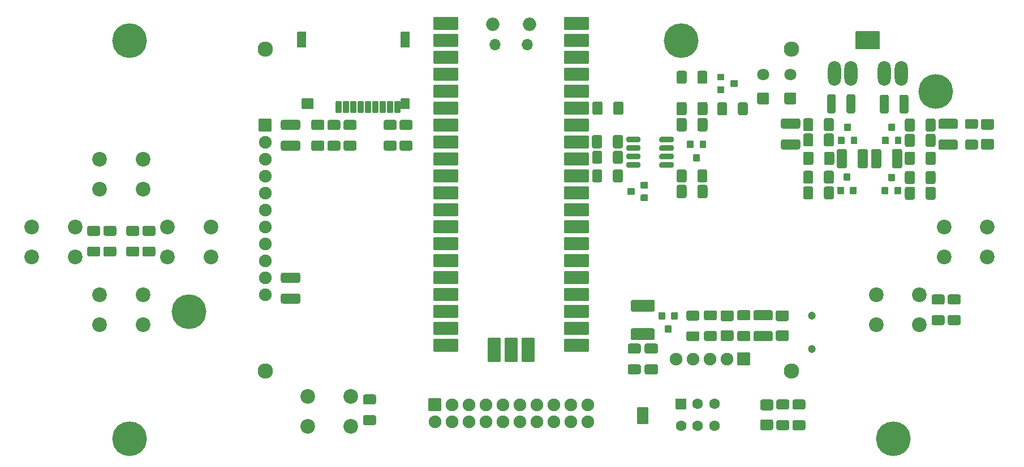
<source format=gbr>
%TF.GenerationSoftware,KiCad,Pcbnew,5.1.12-5.1.12*%
%TF.CreationDate,2022-01-05T21:47:21+02:00*%
%TF.ProjectId,gb_1_0_pico,67625f31-5f30-45f7-9069-636f2e6b6963,rev?*%
%TF.SameCoordinates,Original*%
%TF.FileFunction,Soldermask,Top*%
%TF.FilePolarity,Negative*%
%FSLAX46Y46*%
G04 Gerber Fmt 4.6, Leading zero omitted, Abs format (unit mm)*
G04 Created by KiCad (PCBNEW 5.1.12-5.1.12) date 2022-01-05 21:47:21*
%MOMM*%
%LPD*%
G01*
G04 APERTURE LIST*
%ADD10C,2.200000*%
%ADD11O,1.900000X1.900000*%
%ADD12C,2.300000*%
%ADD13C,1.000000*%
%ADD14C,5.200000*%
%ADD15C,1.200000*%
%ADD16O,2.000000X2.000000*%
%ADD17O,1.700000X1.700000*%
%ADD18C,1.600000*%
%ADD19C,1.800000*%
%ADD20O,1.950000X3.700000*%
%ADD21C,0.100000*%
G04 APERTURE END LIST*
D10*
%TO.C,SW8*%
X180810000Y-97680000D03*
X180810000Y-93180000D03*
X187310000Y-97680000D03*
X187310000Y-93180000D03*
%TD*%
%TO.C,J2*%
G36*
G01*
X113920000Y-108740000D02*
X115620000Y-108740000D01*
G75*
G02*
X115720000Y-108840000I0J-100000D01*
G01*
X115720000Y-110540000D01*
G75*
G02*
X115620000Y-110640000I-100000J0D01*
G01*
X113920000Y-110640000D01*
G75*
G02*
X113820000Y-110540000I0J100000D01*
G01*
X113820000Y-108840000D01*
G75*
G02*
X113920000Y-108740000I100000J0D01*
G01*
G37*
D11*
X114770000Y-112230000D03*
X117310000Y-109690000D03*
X117310000Y-112230000D03*
X119850000Y-109690000D03*
X119850000Y-112230000D03*
X122390000Y-109690000D03*
X122390000Y-112230000D03*
X124930000Y-109690000D03*
X124930000Y-112230000D03*
X127470000Y-109690000D03*
X127470000Y-112230000D03*
X130010000Y-109690000D03*
X130010000Y-112230000D03*
X132550000Y-109690000D03*
X132550000Y-112230000D03*
X135090000Y-109690000D03*
X135090000Y-112230000D03*
X137630000Y-109690000D03*
X137630000Y-112230000D03*
%TD*%
D10*
%TO.C,SW6*%
X74765000Y-87520000D03*
X74765000Y-83020000D03*
X81265000Y-87520000D03*
X81265000Y-83020000D03*
%TD*%
%TO.C,XS1*%
G36*
G01*
X95528000Y-53872000D02*
X95528000Y-56072000D01*
G75*
G02*
X95428000Y-56172000I-100000J0D01*
G01*
X94228000Y-56172000D01*
G75*
G02*
X94128000Y-56072000I0J100000D01*
G01*
X94128000Y-53872000D01*
G75*
G02*
X94228000Y-53772000I100000J0D01*
G01*
X95428000Y-53772000D01*
G75*
G02*
X95528000Y-53872000I0J-100000D01*
G01*
G37*
G36*
G01*
X111028000Y-53872000D02*
X111028000Y-56072000D01*
G75*
G02*
X110928000Y-56172000I-100000J0D01*
G01*
X109728000Y-56172000D01*
G75*
G02*
X109628000Y-56072000I0J100000D01*
G01*
X109628000Y-53872000D01*
G75*
G02*
X109728000Y-53772000I100000J0D01*
G01*
X110928000Y-53772000D01*
G75*
G02*
X111028000Y-53872000I0J-100000D01*
G01*
G37*
G36*
G01*
X96628000Y-63872000D02*
X96628000Y-65272000D01*
G75*
G02*
X96528000Y-65372000I-100000J0D01*
G01*
X94928000Y-65372000D01*
G75*
G02*
X94828000Y-65272000I0J100000D01*
G01*
X94828000Y-63872000D01*
G75*
G02*
X94928000Y-63772000I100000J0D01*
G01*
X96528000Y-63772000D01*
G75*
G02*
X96628000Y-63872000I0J-100000D01*
G01*
G37*
G36*
G01*
X111028000Y-63872000D02*
X111028000Y-65272000D01*
G75*
G02*
X110928000Y-65372000I-100000J0D01*
G01*
X109728000Y-65372000D01*
G75*
G02*
X109628000Y-65272000I0J100000D01*
G01*
X109628000Y-63872000D01*
G75*
G02*
X109728000Y-63772000I100000J0D01*
G01*
X110928000Y-63772000D01*
G75*
G02*
X111028000Y-63872000I0J-100000D01*
G01*
G37*
G36*
G01*
X109628000Y-64272000D02*
X109628000Y-65872000D01*
G75*
G02*
X109528000Y-65972000I-100000J0D01*
G01*
X108828000Y-65972000D01*
G75*
G02*
X108728000Y-65872000I0J100000D01*
G01*
X108728000Y-64272000D01*
G75*
G02*
X108828000Y-64172000I100000J0D01*
G01*
X109528000Y-64172000D01*
G75*
G02*
X109628000Y-64272000I0J-100000D01*
G01*
G37*
G36*
G01*
X107428000Y-64272000D02*
X107428000Y-65872000D01*
G75*
G02*
X107328000Y-65972000I-100000J0D01*
G01*
X106628000Y-65972000D01*
G75*
G02*
X106528000Y-65872000I0J100000D01*
G01*
X106528000Y-64272000D01*
G75*
G02*
X106628000Y-64172000I100000J0D01*
G01*
X107328000Y-64172000D01*
G75*
G02*
X107428000Y-64272000I0J-100000D01*
G01*
G37*
G36*
G01*
X108528000Y-64272000D02*
X108528000Y-65872000D01*
G75*
G02*
X108428000Y-65972000I-100000J0D01*
G01*
X107728000Y-65972000D01*
G75*
G02*
X107628000Y-65872000I0J100000D01*
G01*
X107628000Y-64272000D01*
G75*
G02*
X107728000Y-64172000I100000J0D01*
G01*
X108428000Y-64172000D01*
G75*
G02*
X108528000Y-64272000I0J-100000D01*
G01*
G37*
G36*
G01*
X106328000Y-64272000D02*
X106328000Y-65872000D01*
G75*
G02*
X106228000Y-65972000I-100000J0D01*
G01*
X105528000Y-65972000D01*
G75*
G02*
X105428000Y-65872000I0J100000D01*
G01*
X105428000Y-64272000D01*
G75*
G02*
X105528000Y-64172000I100000J0D01*
G01*
X106228000Y-64172000D01*
G75*
G02*
X106328000Y-64272000I0J-100000D01*
G01*
G37*
G36*
G01*
X105228000Y-64272000D02*
X105228000Y-65872000D01*
G75*
G02*
X105128000Y-65972000I-100000J0D01*
G01*
X104428000Y-65972000D01*
G75*
G02*
X104328000Y-65872000I0J100000D01*
G01*
X104328000Y-64272000D01*
G75*
G02*
X104428000Y-64172000I100000J0D01*
G01*
X105128000Y-64172000D01*
G75*
G02*
X105228000Y-64272000I0J-100000D01*
G01*
G37*
G36*
G01*
X104128000Y-64272000D02*
X104128000Y-65872000D01*
G75*
G02*
X104028000Y-65972000I-100000J0D01*
G01*
X103328000Y-65972000D01*
G75*
G02*
X103228000Y-65872000I0J100000D01*
G01*
X103228000Y-64272000D01*
G75*
G02*
X103328000Y-64172000I100000J0D01*
G01*
X104028000Y-64172000D01*
G75*
G02*
X104128000Y-64272000I0J-100000D01*
G01*
G37*
G36*
G01*
X100828000Y-64272000D02*
X100828000Y-65872000D01*
G75*
G02*
X100728000Y-65972000I-100000J0D01*
G01*
X100028000Y-65972000D01*
G75*
G02*
X99928000Y-65872000I0J100000D01*
G01*
X99928000Y-64272000D01*
G75*
G02*
X100028000Y-64172000I100000J0D01*
G01*
X100728000Y-64172000D01*
G75*
G02*
X100828000Y-64272000I0J-100000D01*
G01*
G37*
G36*
G01*
X101928000Y-64272000D02*
X101928000Y-65872000D01*
G75*
G02*
X101828000Y-65972000I-100000J0D01*
G01*
X101128000Y-65972000D01*
G75*
G02*
X101028000Y-65872000I0J100000D01*
G01*
X101028000Y-64272000D01*
G75*
G02*
X101128000Y-64172000I100000J0D01*
G01*
X101828000Y-64172000D01*
G75*
G02*
X101928000Y-64272000I0J-100000D01*
G01*
G37*
G36*
G01*
X103028000Y-64272000D02*
X103028000Y-65872000D01*
G75*
G02*
X102928000Y-65972000I-100000J0D01*
G01*
X102228000Y-65972000D01*
G75*
G02*
X102128000Y-65872000I0J100000D01*
G01*
X102128000Y-64272000D01*
G75*
G02*
X102228000Y-64172000I100000J0D01*
G01*
X102928000Y-64172000D01*
G75*
G02*
X103028000Y-64272000I0J-100000D01*
G01*
G37*
%TD*%
%TO.C,R5*%
G36*
G01*
X108764539Y-68504000D02*
X107391461Y-68504000D01*
G75*
G02*
X107103000Y-68215539I0J288461D01*
G01*
X107103000Y-67292461D01*
G75*
G02*
X107391461Y-67004000I288461J0D01*
G01*
X108764539Y-67004000D01*
G75*
G02*
X109053000Y-67292461I0J-288461D01*
G01*
X109053000Y-68215539D01*
G75*
G02*
X108764539Y-68504000I-288461J0D01*
G01*
G37*
G36*
G01*
X108764539Y-71604000D02*
X107391461Y-71604000D01*
G75*
G02*
X107103000Y-71315539I0J288461D01*
G01*
X107103000Y-70392461D01*
G75*
G02*
X107391461Y-70104000I288461J0D01*
G01*
X108764539Y-70104000D01*
G75*
G02*
X109053000Y-70392461I0J-288461D01*
G01*
X109053000Y-71315539D01*
G75*
G02*
X108764539Y-71604000I-288461J0D01*
G01*
G37*
%TD*%
D12*
%TO.C,H9*%
X89370000Y-56350000D03*
%TD*%
%TO.C,R7*%
G36*
G01*
X100343539Y-71604000D02*
X98970461Y-71604000D01*
G75*
G02*
X98682000Y-71315539I0J288461D01*
G01*
X98682000Y-70392461D01*
G75*
G02*
X98970461Y-70104000I288461J0D01*
G01*
X100343539Y-70104000D01*
G75*
G02*
X100632000Y-70392461I0J-288461D01*
G01*
X100632000Y-71315539D01*
G75*
G02*
X100343539Y-71604000I-288461J0D01*
G01*
G37*
G36*
G01*
X100343539Y-68504000D02*
X98970461Y-68504000D01*
G75*
G02*
X98682000Y-68215539I0J288461D01*
G01*
X98682000Y-67292461D01*
G75*
G02*
X98970461Y-67004000I288461J0D01*
G01*
X100343539Y-67004000D01*
G75*
G02*
X100632000Y-67292461I0J-288461D01*
G01*
X100632000Y-68215539D01*
G75*
G02*
X100343539Y-68504000I-288461J0D01*
G01*
G37*
%TD*%
%TO.C,C9*%
G36*
G01*
X96531734Y-70104000D02*
X97956266Y-70104000D01*
G75*
G02*
X98244000Y-70391734I0J-287734D01*
G01*
X98244000Y-71341266D01*
G75*
G02*
X97956266Y-71629000I-287734J0D01*
G01*
X96531734Y-71629000D01*
G75*
G02*
X96244000Y-71341266I0J287734D01*
G01*
X96244000Y-70391734D01*
G75*
G02*
X96531734Y-70104000I287734J0D01*
G01*
G37*
G36*
G01*
X96531734Y-66979000D02*
X97956266Y-66979000D01*
G75*
G02*
X98244000Y-67266734I0J-287734D01*
G01*
X98244000Y-68216266D01*
G75*
G02*
X97956266Y-68504000I-287734J0D01*
G01*
X96531734Y-68504000D01*
G75*
G02*
X96244000Y-68216266I0J287734D01*
G01*
X96244000Y-67266734D01*
G75*
G02*
X96531734Y-66979000I287734J0D01*
G01*
G37*
%TD*%
%TO.C,R6*%
G36*
G01*
X102756539Y-71604000D02*
X101383461Y-71604000D01*
G75*
G02*
X101095000Y-71315539I0J288461D01*
G01*
X101095000Y-70392461D01*
G75*
G02*
X101383461Y-70104000I288461J0D01*
G01*
X102756539Y-70104000D01*
G75*
G02*
X103045000Y-70392461I0J-288461D01*
G01*
X103045000Y-71315539D01*
G75*
G02*
X102756539Y-71604000I-288461J0D01*
G01*
G37*
G36*
G01*
X102756539Y-68504000D02*
X101383461Y-68504000D01*
G75*
G02*
X101095000Y-68215539I0J288461D01*
G01*
X101095000Y-67292461D01*
G75*
G02*
X101383461Y-67004000I288461J0D01*
G01*
X102756539Y-67004000D01*
G75*
G02*
X103045000Y-67292461I0J-288461D01*
G01*
X103045000Y-68215539D01*
G75*
G02*
X102756539Y-68504000I-288461J0D01*
G01*
G37*
%TD*%
D10*
%TO.C,SW9*%
X95720000Y-112920000D03*
X95720000Y-108420000D03*
X102220000Y-112920000D03*
X102220000Y-108420000D03*
%TD*%
%TO.C,R3*%
G36*
G01*
X167526539Y-110414000D02*
X166153461Y-110414000D01*
G75*
G02*
X165865000Y-110125539I0J288461D01*
G01*
X165865000Y-109202461D01*
G75*
G02*
X166153461Y-108914000I288461J0D01*
G01*
X167526539Y-108914000D01*
G75*
G02*
X167815000Y-109202461I0J-288461D01*
G01*
X167815000Y-110125539D01*
G75*
G02*
X167526539Y-110414000I-288461J0D01*
G01*
G37*
G36*
G01*
X167526539Y-113514000D02*
X166153461Y-113514000D01*
G75*
G02*
X165865000Y-113225539I0J288461D01*
G01*
X165865000Y-112302461D01*
G75*
G02*
X166153461Y-112014000I288461J0D01*
G01*
X167526539Y-112014000D01*
G75*
G02*
X167815000Y-112302461I0J-288461D01*
G01*
X167815000Y-113225539D01*
G75*
G02*
X167526539Y-113514000I-288461J0D01*
G01*
G37*
%TD*%
%TO.C,D2*%
G36*
G01*
X165116913Y-110539000D02*
X163737087Y-110539000D01*
G75*
G02*
X163452000Y-110253913I0J285087D01*
G01*
X163452000Y-109199087D01*
G75*
G02*
X163737087Y-108914000I285087J0D01*
G01*
X165116913Y-108914000D01*
G75*
G02*
X165402000Y-109199087I0J-285087D01*
G01*
X165402000Y-110253913D01*
G75*
G02*
X165116913Y-110539000I-285087J0D01*
G01*
G37*
G36*
G01*
X165116913Y-113514000D02*
X163737087Y-113514000D01*
G75*
G02*
X163452000Y-113228913I0J285087D01*
G01*
X163452000Y-112174087D01*
G75*
G02*
X163737087Y-111889000I285087J0D01*
G01*
X165116913Y-111889000D01*
G75*
G02*
X165402000Y-112174087I0J-285087D01*
G01*
X165402000Y-113228913D01*
G75*
G02*
X165116913Y-113514000I-285087J0D01*
G01*
G37*
%TD*%
%TO.C,C2*%
G36*
G01*
X160291734Y-95521000D02*
X161716266Y-95521000D01*
G75*
G02*
X162004000Y-95808734I0J-287734D01*
G01*
X162004000Y-96758266D01*
G75*
G02*
X161716266Y-97046000I-287734J0D01*
G01*
X160291734Y-97046000D01*
G75*
G02*
X160004000Y-96758266I0J287734D01*
G01*
X160004000Y-95808734D01*
G75*
G02*
X160291734Y-95521000I287734J0D01*
G01*
G37*
G36*
G01*
X160291734Y-98646000D02*
X161716266Y-98646000D01*
G75*
G02*
X162004000Y-98933734I0J-287734D01*
G01*
X162004000Y-99883266D01*
G75*
G02*
X161716266Y-100171000I-287734J0D01*
G01*
X160291734Y-100171000D01*
G75*
G02*
X160004000Y-99883266I0J287734D01*
G01*
X160004000Y-98933734D01*
G75*
G02*
X160291734Y-98646000I287734J0D01*
G01*
G37*
%TD*%
%TO.C,C4*%
G36*
G01*
X138353000Y-65952266D02*
X138353000Y-64527734D01*
G75*
G02*
X138640734Y-64240000I287734J0D01*
G01*
X139590266Y-64240000D01*
G75*
G02*
X139878000Y-64527734I0J-287734D01*
G01*
X139878000Y-65952266D01*
G75*
G02*
X139590266Y-66240000I-287734J0D01*
G01*
X138640734Y-66240000D01*
G75*
G02*
X138353000Y-65952266I0J287734D01*
G01*
G37*
G36*
G01*
X141478000Y-65952266D02*
X141478000Y-64527734D01*
G75*
G02*
X141765734Y-64240000I287734J0D01*
G01*
X142715266Y-64240000D01*
G75*
G02*
X143003000Y-64527734I0J-287734D01*
G01*
X143003000Y-65952266D01*
G75*
G02*
X142715266Y-66240000I-287734J0D01*
G01*
X141765734Y-66240000D01*
G75*
G02*
X141478000Y-65952266I0J287734D01*
G01*
G37*
%TD*%
%TO.C,C5*%
G36*
G01*
X147867266Y-102032000D02*
X146442734Y-102032000D01*
G75*
G02*
X146155000Y-101744266I0J287734D01*
G01*
X146155000Y-100794734D01*
G75*
G02*
X146442734Y-100507000I287734J0D01*
G01*
X147867266Y-100507000D01*
G75*
G02*
X148155000Y-100794734I0J-287734D01*
G01*
X148155000Y-101744266D01*
G75*
G02*
X147867266Y-102032000I-287734J0D01*
G01*
G37*
G36*
G01*
X147867266Y-105157000D02*
X146442734Y-105157000D01*
G75*
G02*
X146155000Y-104869266I0J287734D01*
G01*
X146155000Y-103919734D01*
G75*
G02*
X146442734Y-103632000I287734J0D01*
G01*
X147867266Y-103632000D01*
G75*
G02*
X148155000Y-103919734I0J-287734D01*
G01*
X148155000Y-104869266D01*
G75*
G02*
X147867266Y-105157000I-287734J0D01*
G01*
G37*
%TD*%
%TO.C,D1*%
G36*
G01*
X159193913Y-100146000D02*
X157814087Y-100146000D01*
G75*
G02*
X157529000Y-99860913I0J285087D01*
G01*
X157529000Y-98806087D01*
G75*
G02*
X157814087Y-98521000I285087J0D01*
G01*
X159193913Y-98521000D01*
G75*
G02*
X159479000Y-98806087I0J-285087D01*
G01*
X159479000Y-99860913D01*
G75*
G02*
X159193913Y-100146000I-285087J0D01*
G01*
G37*
G36*
G01*
X159193913Y-97171000D02*
X157814087Y-97171000D01*
G75*
G02*
X157529000Y-96885913I0J285087D01*
G01*
X157529000Y-95831087D01*
G75*
G02*
X157814087Y-95546000I285087J0D01*
G01*
X159193913Y-95546000D01*
G75*
G02*
X159479000Y-95831087I0J-285087D01*
G01*
X159479000Y-96885913D01*
G75*
G02*
X159193913Y-97171000I-285087J0D01*
G01*
G37*
%TD*%
%TO.C,F1*%
G36*
G01*
X166076087Y-95546000D02*
X167455913Y-95546000D01*
G75*
G02*
X167741000Y-95831087I0J-285087D01*
G01*
X167741000Y-96885913D01*
G75*
G02*
X167455913Y-97171000I-285087J0D01*
G01*
X166076087Y-97171000D01*
G75*
G02*
X165791000Y-96885913I0J285087D01*
G01*
X165791000Y-95831087D01*
G75*
G02*
X166076087Y-95546000I285087J0D01*
G01*
G37*
G36*
G01*
X166076087Y-98521000D02*
X167455913Y-98521000D01*
G75*
G02*
X167741000Y-98806087I0J-285087D01*
G01*
X167741000Y-99860913D01*
G75*
G02*
X167455913Y-100146000I-285087J0D01*
G01*
X166076087Y-100146000D01*
G75*
G02*
X165791000Y-99860913I0J285087D01*
G01*
X165791000Y-98806087D01*
G75*
G02*
X166076087Y-98521000I285087J0D01*
G01*
G37*
%TD*%
D13*
%TO.C,H1*%
X70375825Y-53754175D03*
X69050000Y-53205000D03*
X67724175Y-53754175D03*
X67175000Y-55080000D03*
X67724175Y-56405825D03*
X69050000Y-56955000D03*
X70375825Y-56405825D03*
X70925000Y-55080000D03*
D14*
X69050000Y-55080000D03*
%TD*%
%TO.C,H2*%
X69050000Y-114770000D03*
D13*
X70925000Y-114770000D03*
X70375825Y-116095825D03*
X69050000Y-116645000D03*
X67724175Y-116095825D03*
X67175000Y-114770000D03*
X67724175Y-113444175D03*
X69050000Y-112895000D03*
X70375825Y-113444175D03*
%TD*%
%TO.C,H3*%
X152925825Y-53754175D03*
X151600000Y-53205000D03*
X150274175Y-53754175D03*
X149725000Y-55080000D03*
X150274175Y-56405825D03*
X151600000Y-56955000D03*
X152925825Y-56405825D03*
X153475000Y-55080000D03*
D14*
X151600000Y-55080000D03*
%TD*%
%TO.C,H4*%
X183350000Y-114770000D03*
D13*
X185225000Y-114770000D03*
X184675825Y-116095825D03*
X183350000Y-116645000D03*
X182024175Y-116095825D03*
X181475000Y-114770000D03*
X182024175Y-113444175D03*
X183350000Y-112895000D03*
X184675825Y-113444175D03*
%TD*%
D14*
%TO.C,H5*%
X77940000Y-95720000D03*
D13*
X79815000Y-95720000D03*
X79265825Y-97045825D03*
X77940000Y-97595000D03*
X76614175Y-97045825D03*
X76065000Y-95720000D03*
X76614175Y-94394175D03*
X77940000Y-93845000D03*
X79265825Y-94394175D03*
%TD*%
%TO.C,H6*%
X191025825Y-61374175D03*
X189700000Y-60825000D03*
X188374175Y-61374175D03*
X187825000Y-62700000D03*
X188374175Y-64025825D03*
X189700000Y-64575000D03*
X191025825Y-64025825D03*
X191575000Y-62700000D03*
D14*
X189700000Y-62700000D03*
%TD*%
D12*
%TO.C,H7*%
X168110000Y-56350000D03*
%TD*%
%TO.C,H8*%
X168110000Y-104610000D03*
%TD*%
%TO.C,H10*%
X89370000Y-104610000D03*
%TD*%
%TO.C,J1*%
G36*
G01*
X161848000Y-103782000D02*
X160148000Y-103782000D01*
G75*
G02*
X160048000Y-103682000I0J100000D01*
G01*
X160048000Y-101982000D01*
G75*
G02*
X160148000Y-101882000I100000J0D01*
G01*
X161848000Y-101882000D01*
G75*
G02*
X161948000Y-101982000I0J-100000D01*
G01*
X161948000Y-103682000D01*
G75*
G02*
X161848000Y-103782000I-100000J0D01*
G01*
G37*
D11*
X158458000Y-102832000D03*
X155918000Y-102832000D03*
X153378000Y-102832000D03*
X150838000Y-102832000D03*
%TD*%
%TO.C,Q1*%
G36*
G01*
X150245000Y-95821000D02*
X151045000Y-95821000D01*
G75*
G02*
X151145000Y-95921000I0J-100000D01*
G01*
X151145000Y-96821000D01*
G75*
G02*
X151045000Y-96921000I-100000J0D01*
G01*
X150245000Y-96921000D01*
G75*
G02*
X150145000Y-96821000I0J100000D01*
G01*
X150145000Y-95921000D01*
G75*
G02*
X150245000Y-95821000I100000J0D01*
G01*
G37*
G36*
G01*
X148345000Y-95821000D02*
X149145000Y-95821000D01*
G75*
G02*
X149245000Y-95921000I0J-100000D01*
G01*
X149245000Y-96821000D01*
G75*
G02*
X149145000Y-96921000I-100000J0D01*
G01*
X148345000Y-96921000D01*
G75*
G02*
X148245000Y-96821000I0J100000D01*
G01*
X148245000Y-95921000D01*
G75*
G02*
X148345000Y-95821000I100000J0D01*
G01*
G37*
G36*
G01*
X149295000Y-97821000D02*
X150095000Y-97821000D01*
G75*
G02*
X150195000Y-97921000I0J-100000D01*
G01*
X150195000Y-98821000D01*
G75*
G02*
X150095000Y-98921000I-100000J0D01*
G01*
X149295000Y-98921000D01*
G75*
G02*
X149195000Y-98821000I0J100000D01*
G01*
X149195000Y-97921000D01*
G75*
G02*
X149295000Y-97821000I100000J0D01*
G01*
G37*
%TD*%
%TO.C,R1*%
G36*
G01*
X154064539Y-97079000D02*
X152691461Y-97079000D01*
G75*
G02*
X152403000Y-96790539I0J288461D01*
G01*
X152403000Y-95867461D01*
G75*
G02*
X152691461Y-95579000I288461J0D01*
G01*
X154064539Y-95579000D01*
G75*
G02*
X154353000Y-95867461I0J-288461D01*
G01*
X154353000Y-96790539D01*
G75*
G02*
X154064539Y-97079000I-288461J0D01*
G01*
G37*
G36*
G01*
X154064539Y-100179000D02*
X152691461Y-100179000D01*
G75*
G02*
X152403000Y-99890539I0J288461D01*
G01*
X152403000Y-98967461D01*
G75*
G02*
X152691461Y-98679000I288461J0D01*
G01*
X154064539Y-98679000D01*
G75*
G02*
X154353000Y-98967461I0J-288461D01*
G01*
X154353000Y-99890539D01*
G75*
G02*
X154064539Y-100179000I-288461J0D01*
G01*
G37*
%TD*%
%TO.C,R2*%
G36*
G01*
X156690539Y-97046000D02*
X155317461Y-97046000D01*
G75*
G02*
X155029000Y-96757539I0J288461D01*
G01*
X155029000Y-95834461D01*
G75*
G02*
X155317461Y-95546000I288461J0D01*
G01*
X156690539Y-95546000D01*
G75*
G02*
X156979000Y-95834461I0J-288461D01*
G01*
X156979000Y-96757539D01*
G75*
G02*
X156690539Y-97046000I-288461J0D01*
G01*
G37*
G36*
G01*
X156690539Y-100146000D02*
X155317461Y-100146000D01*
G75*
G02*
X155029000Y-99857539I0J288461D01*
G01*
X155029000Y-98934461D01*
G75*
G02*
X155317461Y-98646000I288461J0D01*
G01*
X156690539Y-98646000D01*
G75*
G02*
X156979000Y-98934461I0J-288461D01*
G01*
X156979000Y-99857539D01*
G75*
G02*
X156690539Y-100146000I-288461J0D01*
G01*
G37*
%TD*%
%TO.C,R4*%
G36*
G01*
X145301539Y-105132000D02*
X143928461Y-105132000D01*
G75*
G02*
X143640000Y-104843539I0J288461D01*
G01*
X143640000Y-103920461D01*
G75*
G02*
X143928461Y-103632000I288461J0D01*
G01*
X145301539Y-103632000D01*
G75*
G02*
X145590000Y-103920461I0J-288461D01*
G01*
X145590000Y-104843539D01*
G75*
G02*
X145301539Y-105132000I-288461J0D01*
G01*
G37*
G36*
G01*
X145301539Y-102032000D02*
X143928461Y-102032000D01*
G75*
G02*
X143640000Y-101743539I0J288461D01*
G01*
X143640000Y-100820461D01*
G75*
G02*
X143928461Y-100532000I288461J0D01*
G01*
X145301539Y-100532000D01*
G75*
G02*
X145590000Y-100820461I0J-288461D01*
G01*
X145590000Y-101743539D01*
G75*
G02*
X145301539Y-102032000I-288461J0D01*
G01*
G37*
%TD*%
%TO.C,R11*%
G36*
G01*
X155551000Y-59917961D02*
X155551000Y-61291039D01*
G75*
G02*
X155262539Y-61579500I-288461J0D01*
G01*
X154339461Y-61579500D01*
G75*
G02*
X154051000Y-61291039I0J288461D01*
G01*
X154051000Y-59917961D01*
G75*
G02*
X154339461Y-59629500I288461J0D01*
G01*
X155262539Y-59629500D01*
G75*
G02*
X155551000Y-59917961I0J-288461D01*
G01*
G37*
G36*
G01*
X152451000Y-59917961D02*
X152451000Y-61291039D01*
G75*
G02*
X152162539Y-61579500I-288461J0D01*
G01*
X151239461Y-61579500D01*
G75*
G02*
X150951000Y-61291039I0J288461D01*
G01*
X150951000Y-59917961D01*
G75*
G02*
X151239461Y-59629500I288461J0D01*
G01*
X152162539Y-59629500D01*
G75*
G02*
X152451000Y-59917961I0J-288461D01*
G01*
G37*
%TD*%
%TO.C,R12*%
G36*
G01*
X160121600Y-66028139D02*
X160121600Y-64655061D01*
G75*
G02*
X160410061Y-64366600I288461J0D01*
G01*
X161333139Y-64366600D01*
G75*
G02*
X161621600Y-64655061I0J-288461D01*
G01*
X161621600Y-66028139D01*
G75*
G02*
X161333139Y-66316600I-288461J0D01*
G01*
X160410061Y-66316600D01*
G75*
G02*
X160121600Y-66028139I0J288461D01*
G01*
G37*
G36*
G01*
X157021600Y-66028139D02*
X157021600Y-64655061D01*
G75*
G02*
X157310061Y-64366600I288461J0D01*
G01*
X158233139Y-64366600D01*
G75*
G02*
X158521600Y-64655061I0J-288461D01*
G01*
X158521600Y-66028139D01*
G75*
G02*
X158233139Y-66316600I-288461J0D01*
G01*
X157310061Y-66316600D01*
G75*
G02*
X157021600Y-66028139I0J288461D01*
G01*
G37*
%TD*%
D10*
%TO.C,SW3*%
X71105000Y-72860000D03*
X71105000Y-77360000D03*
X64605000Y-72860000D03*
X64605000Y-77360000D03*
%TD*%
%TO.C,SW4*%
X64605000Y-97680000D03*
X64605000Y-93180000D03*
X71105000Y-97680000D03*
X71105000Y-93180000D03*
%TD*%
%TO.C,SW5*%
X60945000Y-83020000D03*
X60945000Y-87520000D03*
X54445000Y-83020000D03*
X54445000Y-87520000D03*
%TD*%
%TO.C,SW7*%
X197470000Y-83020000D03*
X197470000Y-87520000D03*
X190970000Y-83020000D03*
X190970000Y-87520000D03*
%TD*%
D15*
%TO.C,TP1*%
X171158000Y-96355000D03*
%TD*%
%TO.C,TP2*%
X171158000Y-101308000D03*
%TD*%
D11*
%TO.C,U1*%
X117310000Y-52540000D03*
X117310000Y-55080000D03*
G36*
G01*
X116360000Y-58470000D02*
X116360000Y-56770000D01*
G75*
G02*
X116460000Y-56670000I100000J0D01*
G01*
X118160000Y-56670000D01*
G75*
G02*
X118260000Y-56770000I0J-100000D01*
G01*
X118260000Y-58470000D01*
G75*
G02*
X118160000Y-58570000I-100000J0D01*
G01*
X116460000Y-58570000D01*
G75*
G02*
X116360000Y-58470000I0J100000D01*
G01*
G37*
X117310000Y-60160000D03*
X117310000Y-62700000D03*
X117310000Y-65240000D03*
X117310000Y-67780000D03*
G36*
G01*
X116360000Y-71170000D02*
X116360000Y-69470000D01*
G75*
G02*
X116460000Y-69370000I100000J0D01*
G01*
X118160000Y-69370000D01*
G75*
G02*
X118260000Y-69470000I0J-100000D01*
G01*
X118260000Y-71170000D01*
G75*
G02*
X118160000Y-71270000I-100000J0D01*
G01*
X116460000Y-71270000D01*
G75*
G02*
X116360000Y-71170000I0J100000D01*
G01*
G37*
X117310000Y-72860000D03*
X117310000Y-75400000D03*
X117310000Y-77940000D03*
X117310000Y-80480000D03*
G36*
G01*
X116360000Y-83870000D02*
X116360000Y-82170000D01*
G75*
G02*
X116460000Y-82070000I100000J0D01*
G01*
X118160000Y-82070000D01*
G75*
G02*
X118260000Y-82170000I0J-100000D01*
G01*
X118260000Y-83870000D01*
G75*
G02*
X118160000Y-83970000I-100000J0D01*
G01*
X116460000Y-83970000D01*
G75*
G02*
X116360000Y-83870000I0J100000D01*
G01*
G37*
X117310000Y-85560000D03*
X117310000Y-88100000D03*
X117310000Y-90640000D03*
X117310000Y-93180000D03*
G36*
G01*
X116360000Y-96570000D02*
X116360000Y-94870000D01*
G75*
G02*
X116460000Y-94770000I100000J0D01*
G01*
X118160000Y-94770000D01*
G75*
G02*
X118260000Y-94870000I0J-100000D01*
G01*
X118260000Y-96570000D01*
G75*
G02*
X118160000Y-96670000I-100000J0D01*
G01*
X116460000Y-96670000D01*
G75*
G02*
X116360000Y-96570000I0J100000D01*
G01*
G37*
X117310000Y-98260000D03*
X117310000Y-100800000D03*
X135090000Y-100800000D03*
X135090000Y-98260000D03*
G36*
G01*
X134140000Y-96570000D02*
X134140000Y-94870000D01*
G75*
G02*
X134240000Y-94770000I100000J0D01*
G01*
X135940000Y-94770000D01*
G75*
G02*
X136040000Y-94870000I0J-100000D01*
G01*
X136040000Y-96570000D01*
G75*
G02*
X135940000Y-96670000I-100000J0D01*
G01*
X134240000Y-96670000D01*
G75*
G02*
X134140000Y-96570000I0J100000D01*
G01*
G37*
X135090000Y-93180000D03*
X135090000Y-90640000D03*
X135090000Y-88100000D03*
X135090000Y-85560000D03*
G36*
G01*
X134140000Y-83870000D02*
X134140000Y-82170000D01*
G75*
G02*
X134240000Y-82070000I100000J0D01*
G01*
X135940000Y-82070000D01*
G75*
G02*
X136040000Y-82170000I0J-100000D01*
G01*
X136040000Y-83870000D01*
G75*
G02*
X135940000Y-83970000I-100000J0D01*
G01*
X134240000Y-83970000D01*
G75*
G02*
X134140000Y-83870000I0J100000D01*
G01*
G37*
X135090000Y-80480000D03*
X135090000Y-77940000D03*
X135090000Y-75400000D03*
X135090000Y-72860000D03*
G36*
G01*
X134140000Y-71170000D02*
X134140000Y-69470000D01*
G75*
G02*
X134240000Y-69370000I100000J0D01*
G01*
X135940000Y-69370000D01*
G75*
G02*
X136040000Y-69470000I0J-100000D01*
G01*
X136040000Y-71170000D01*
G75*
G02*
X135940000Y-71270000I-100000J0D01*
G01*
X134240000Y-71270000D01*
G75*
G02*
X134140000Y-71170000I0J100000D01*
G01*
G37*
X135090000Y-67780000D03*
X135090000Y-65240000D03*
X135090000Y-62700000D03*
X135090000Y-60160000D03*
G36*
G01*
X134140000Y-58470000D02*
X134140000Y-56770000D01*
G75*
G02*
X134240000Y-56670000I100000J0D01*
G01*
X135940000Y-56670000D01*
G75*
G02*
X136040000Y-56770000I0J-100000D01*
G01*
X136040000Y-58470000D01*
G75*
G02*
X135940000Y-58570000I-100000J0D01*
G01*
X134240000Y-58570000D01*
G75*
G02*
X134140000Y-58470000I0J100000D01*
G01*
G37*
X135090000Y-55080000D03*
X135090000Y-52540000D03*
G36*
G01*
X114560000Y-53390000D02*
X114560000Y-51690000D01*
G75*
G02*
X114660000Y-51590000I100000J0D01*
G01*
X118160000Y-51590000D01*
G75*
G02*
X118260000Y-51690000I0J-100000D01*
G01*
X118260000Y-53390000D01*
G75*
G02*
X118160000Y-53490000I-100000J0D01*
G01*
X114660000Y-53490000D01*
G75*
G02*
X114560000Y-53390000I0J100000D01*
G01*
G37*
G36*
G01*
X114560000Y-55930000D02*
X114560000Y-54230000D01*
G75*
G02*
X114660000Y-54130000I100000J0D01*
G01*
X118160000Y-54130000D01*
G75*
G02*
X118260000Y-54230000I0J-100000D01*
G01*
X118260000Y-55930000D01*
G75*
G02*
X118160000Y-56030000I-100000J0D01*
G01*
X114660000Y-56030000D01*
G75*
G02*
X114560000Y-55930000I0J100000D01*
G01*
G37*
G36*
G01*
X114560000Y-58470000D02*
X114560000Y-56770000D01*
G75*
G02*
X114660000Y-56670000I100000J0D01*
G01*
X118160000Y-56670000D01*
G75*
G02*
X118260000Y-56770000I0J-100000D01*
G01*
X118260000Y-58470000D01*
G75*
G02*
X118160000Y-58570000I-100000J0D01*
G01*
X114660000Y-58570000D01*
G75*
G02*
X114560000Y-58470000I0J100000D01*
G01*
G37*
G36*
G01*
X114560000Y-61010000D02*
X114560000Y-59310000D01*
G75*
G02*
X114660000Y-59210000I100000J0D01*
G01*
X118160000Y-59210000D01*
G75*
G02*
X118260000Y-59310000I0J-100000D01*
G01*
X118260000Y-61010000D01*
G75*
G02*
X118160000Y-61110000I-100000J0D01*
G01*
X114660000Y-61110000D01*
G75*
G02*
X114560000Y-61010000I0J100000D01*
G01*
G37*
G36*
G01*
X114560000Y-63550000D02*
X114560000Y-61850000D01*
G75*
G02*
X114660000Y-61750000I100000J0D01*
G01*
X118160000Y-61750000D01*
G75*
G02*
X118260000Y-61850000I0J-100000D01*
G01*
X118260000Y-63550000D01*
G75*
G02*
X118160000Y-63650000I-100000J0D01*
G01*
X114660000Y-63650000D01*
G75*
G02*
X114560000Y-63550000I0J100000D01*
G01*
G37*
G36*
G01*
X114560000Y-66090000D02*
X114560000Y-64390000D01*
G75*
G02*
X114660000Y-64290000I100000J0D01*
G01*
X118160000Y-64290000D01*
G75*
G02*
X118260000Y-64390000I0J-100000D01*
G01*
X118260000Y-66090000D01*
G75*
G02*
X118160000Y-66190000I-100000J0D01*
G01*
X114660000Y-66190000D01*
G75*
G02*
X114560000Y-66090000I0J100000D01*
G01*
G37*
G36*
G01*
X114560000Y-68630000D02*
X114560000Y-66930000D01*
G75*
G02*
X114660000Y-66830000I100000J0D01*
G01*
X118160000Y-66830000D01*
G75*
G02*
X118260000Y-66930000I0J-100000D01*
G01*
X118260000Y-68630000D01*
G75*
G02*
X118160000Y-68730000I-100000J0D01*
G01*
X114660000Y-68730000D01*
G75*
G02*
X114560000Y-68630000I0J100000D01*
G01*
G37*
G36*
G01*
X114560000Y-71170000D02*
X114560000Y-69470000D01*
G75*
G02*
X114660000Y-69370000I100000J0D01*
G01*
X118160000Y-69370000D01*
G75*
G02*
X118260000Y-69470000I0J-100000D01*
G01*
X118260000Y-71170000D01*
G75*
G02*
X118160000Y-71270000I-100000J0D01*
G01*
X114660000Y-71270000D01*
G75*
G02*
X114560000Y-71170000I0J100000D01*
G01*
G37*
G36*
G01*
X114560000Y-73710000D02*
X114560000Y-72010000D01*
G75*
G02*
X114660000Y-71910000I100000J0D01*
G01*
X118160000Y-71910000D01*
G75*
G02*
X118260000Y-72010000I0J-100000D01*
G01*
X118260000Y-73710000D01*
G75*
G02*
X118160000Y-73810000I-100000J0D01*
G01*
X114660000Y-73810000D01*
G75*
G02*
X114560000Y-73710000I0J100000D01*
G01*
G37*
G36*
G01*
X114560000Y-76250000D02*
X114560000Y-74550000D01*
G75*
G02*
X114660000Y-74450000I100000J0D01*
G01*
X118160000Y-74450000D01*
G75*
G02*
X118260000Y-74550000I0J-100000D01*
G01*
X118260000Y-76250000D01*
G75*
G02*
X118160000Y-76350000I-100000J0D01*
G01*
X114660000Y-76350000D01*
G75*
G02*
X114560000Y-76250000I0J100000D01*
G01*
G37*
G36*
G01*
X114560000Y-78790000D02*
X114560000Y-77090000D01*
G75*
G02*
X114660000Y-76990000I100000J0D01*
G01*
X118160000Y-76990000D01*
G75*
G02*
X118260000Y-77090000I0J-100000D01*
G01*
X118260000Y-78790000D01*
G75*
G02*
X118160000Y-78890000I-100000J0D01*
G01*
X114660000Y-78890000D01*
G75*
G02*
X114560000Y-78790000I0J100000D01*
G01*
G37*
G36*
G01*
X114560000Y-81330000D02*
X114560000Y-79630000D01*
G75*
G02*
X114660000Y-79530000I100000J0D01*
G01*
X118160000Y-79530000D01*
G75*
G02*
X118260000Y-79630000I0J-100000D01*
G01*
X118260000Y-81330000D01*
G75*
G02*
X118160000Y-81430000I-100000J0D01*
G01*
X114660000Y-81430000D01*
G75*
G02*
X114560000Y-81330000I0J100000D01*
G01*
G37*
G36*
G01*
X114560000Y-83870000D02*
X114560000Y-82170000D01*
G75*
G02*
X114660000Y-82070000I100000J0D01*
G01*
X118160000Y-82070000D01*
G75*
G02*
X118260000Y-82170000I0J-100000D01*
G01*
X118260000Y-83870000D01*
G75*
G02*
X118160000Y-83970000I-100000J0D01*
G01*
X114660000Y-83970000D01*
G75*
G02*
X114560000Y-83870000I0J100000D01*
G01*
G37*
G36*
G01*
X114560000Y-86410000D02*
X114560000Y-84710000D01*
G75*
G02*
X114660000Y-84610000I100000J0D01*
G01*
X118160000Y-84610000D01*
G75*
G02*
X118260000Y-84710000I0J-100000D01*
G01*
X118260000Y-86410000D01*
G75*
G02*
X118160000Y-86510000I-100000J0D01*
G01*
X114660000Y-86510000D01*
G75*
G02*
X114560000Y-86410000I0J100000D01*
G01*
G37*
G36*
G01*
X114560000Y-88950000D02*
X114560000Y-87250000D01*
G75*
G02*
X114660000Y-87150000I100000J0D01*
G01*
X118160000Y-87150000D01*
G75*
G02*
X118260000Y-87250000I0J-100000D01*
G01*
X118260000Y-88950000D01*
G75*
G02*
X118160000Y-89050000I-100000J0D01*
G01*
X114660000Y-89050000D01*
G75*
G02*
X114560000Y-88950000I0J100000D01*
G01*
G37*
G36*
G01*
X114560000Y-91490000D02*
X114560000Y-89790000D01*
G75*
G02*
X114660000Y-89690000I100000J0D01*
G01*
X118160000Y-89690000D01*
G75*
G02*
X118260000Y-89790000I0J-100000D01*
G01*
X118260000Y-91490000D01*
G75*
G02*
X118160000Y-91590000I-100000J0D01*
G01*
X114660000Y-91590000D01*
G75*
G02*
X114560000Y-91490000I0J100000D01*
G01*
G37*
G36*
G01*
X114560000Y-94030000D02*
X114560000Y-92330000D01*
G75*
G02*
X114660000Y-92230000I100000J0D01*
G01*
X118160000Y-92230000D01*
G75*
G02*
X118260000Y-92330000I0J-100000D01*
G01*
X118260000Y-94030000D01*
G75*
G02*
X118160000Y-94130000I-100000J0D01*
G01*
X114660000Y-94130000D01*
G75*
G02*
X114560000Y-94030000I0J100000D01*
G01*
G37*
G36*
G01*
X114560000Y-96570000D02*
X114560000Y-94870000D01*
G75*
G02*
X114660000Y-94770000I100000J0D01*
G01*
X118160000Y-94770000D01*
G75*
G02*
X118260000Y-94870000I0J-100000D01*
G01*
X118260000Y-96570000D01*
G75*
G02*
X118160000Y-96670000I-100000J0D01*
G01*
X114660000Y-96670000D01*
G75*
G02*
X114560000Y-96570000I0J100000D01*
G01*
G37*
G36*
G01*
X114560000Y-99110000D02*
X114560000Y-97410000D01*
G75*
G02*
X114660000Y-97310000I100000J0D01*
G01*
X118160000Y-97310000D01*
G75*
G02*
X118260000Y-97410000I0J-100000D01*
G01*
X118260000Y-99110000D01*
G75*
G02*
X118160000Y-99210000I-100000J0D01*
G01*
X114660000Y-99210000D01*
G75*
G02*
X114560000Y-99110000I0J100000D01*
G01*
G37*
G36*
G01*
X114560000Y-101650000D02*
X114560000Y-99950000D01*
G75*
G02*
X114660000Y-99850000I100000J0D01*
G01*
X118160000Y-99850000D01*
G75*
G02*
X118260000Y-99950000I0J-100000D01*
G01*
X118260000Y-101650000D01*
G75*
G02*
X118160000Y-101750000I-100000J0D01*
G01*
X114660000Y-101750000D01*
G75*
G02*
X114560000Y-101650000I0J100000D01*
G01*
G37*
G36*
G01*
X134140000Y-53390000D02*
X134140000Y-51690000D01*
G75*
G02*
X134240000Y-51590000I100000J0D01*
G01*
X137740000Y-51590000D01*
G75*
G02*
X137840000Y-51690000I0J-100000D01*
G01*
X137840000Y-53390000D01*
G75*
G02*
X137740000Y-53490000I-100000J0D01*
G01*
X134240000Y-53490000D01*
G75*
G02*
X134140000Y-53390000I0J100000D01*
G01*
G37*
G36*
G01*
X134140000Y-55930000D02*
X134140000Y-54230000D01*
G75*
G02*
X134240000Y-54130000I100000J0D01*
G01*
X137740000Y-54130000D01*
G75*
G02*
X137840000Y-54230000I0J-100000D01*
G01*
X137840000Y-55930000D01*
G75*
G02*
X137740000Y-56030000I-100000J0D01*
G01*
X134240000Y-56030000D01*
G75*
G02*
X134140000Y-55930000I0J100000D01*
G01*
G37*
G36*
G01*
X134140000Y-58470000D02*
X134140000Y-56770000D01*
G75*
G02*
X134240000Y-56670000I100000J0D01*
G01*
X137740000Y-56670000D01*
G75*
G02*
X137840000Y-56770000I0J-100000D01*
G01*
X137840000Y-58470000D01*
G75*
G02*
X137740000Y-58570000I-100000J0D01*
G01*
X134240000Y-58570000D01*
G75*
G02*
X134140000Y-58470000I0J100000D01*
G01*
G37*
G36*
G01*
X134140000Y-61010000D02*
X134140000Y-59310000D01*
G75*
G02*
X134240000Y-59210000I100000J0D01*
G01*
X137740000Y-59210000D01*
G75*
G02*
X137840000Y-59310000I0J-100000D01*
G01*
X137840000Y-61010000D01*
G75*
G02*
X137740000Y-61110000I-100000J0D01*
G01*
X134240000Y-61110000D01*
G75*
G02*
X134140000Y-61010000I0J100000D01*
G01*
G37*
G36*
G01*
X134140000Y-63550000D02*
X134140000Y-61850000D01*
G75*
G02*
X134240000Y-61750000I100000J0D01*
G01*
X137740000Y-61750000D01*
G75*
G02*
X137840000Y-61850000I0J-100000D01*
G01*
X137840000Y-63550000D01*
G75*
G02*
X137740000Y-63650000I-100000J0D01*
G01*
X134240000Y-63650000D01*
G75*
G02*
X134140000Y-63550000I0J100000D01*
G01*
G37*
G36*
G01*
X134140000Y-66090000D02*
X134140000Y-64390000D01*
G75*
G02*
X134240000Y-64290000I100000J0D01*
G01*
X137740000Y-64290000D01*
G75*
G02*
X137840000Y-64390000I0J-100000D01*
G01*
X137840000Y-66090000D01*
G75*
G02*
X137740000Y-66190000I-100000J0D01*
G01*
X134240000Y-66190000D01*
G75*
G02*
X134140000Y-66090000I0J100000D01*
G01*
G37*
G36*
G01*
X134140000Y-68630000D02*
X134140000Y-66930000D01*
G75*
G02*
X134240000Y-66830000I100000J0D01*
G01*
X137740000Y-66830000D01*
G75*
G02*
X137840000Y-66930000I0J-100000D01*
G01*
X137840000Y-68630000D01*
G75*
G02*
X137740000Y-68730000I-100000J0D01*
G01*
X134240000Y-68730000D01*
G75*
G02*
X134140000Y-68630000I0J100000D01*
G01*
G37*
G36*
G01*
X134140000Y-71170000D02*
X134140000Y-69470000D01*
G75*
G02*
X134240000Y-69370000I100000J0D01*
G01*
X137740000Y-69370000D01*
G75*
G02*
X137840000Y-69470000I0J-100000D01*
G01*
X137840000Y-71170000D01*
G75*
G02*
X137740000Y-71270000I-100000J0D01*
G01*
X134240000Y-71270000D01*
G75*
G02*
X134140000Y-71170000I0J100000D01*
G01*
G37*
G36*
G01*
X134140000Y-73710000D02*
X134140000Y-72010000D01*
G75*
G02*
X134240000Y-71910000I100000J0D01*
G01*
X137740000Y-71910000D01*
G75*
G02*
X137840000Y-72010000I0J-100000D01*
G01*
X137840000Y-73710000D01*
G75*
G02*
X137740000Y-73810000I-100000J0D01*
G01*
X134240000Y-73810000D01*
G75*
G02*
X134140000Y-73710000I0J100000D01*
G01*
G37*
G36*
G01*
X134140000Y-76250000D02*
X134140000Y-74550000D01*
G75*
G02*
X134240000Y-74450000I100000J0D01*
G01*
X137740000Y-74450000D01*
G75*
G02*
X137840000Y-74550000I0J-100000D01*
G01*
X137840000Y-76250000D01*
G75*
G02*
X137740000Y-76350000I-100000J0D01*
G01*
X134240000Y-76350000D01*
G75*
G02*
X134140000Y-76250000I0J100000D01*
G01*
G37*
G36*
G01*
X134140000Y-78790000D02*
X134140000Y-77090000D01*
G75*
G02*
X134240000Y-76990000I100000J0D01*
G01*
X137740000Y-76990000D01*
G75*
G02*
X137840000Y-77090000I0J-100000D01*
G01*
X137840000Y-78790000D01*
G75*
G02*
X137740000Y-78890000I-100000J0D01*
G01*
X134240000Y-78890000D01*
G75*
G02*
X134140000Y-78790000I0J100000D01*
G01*
G37*
G36*
G01*
X134140000Y-81330000D02*
X134140000Y-79630000D01*
G75*
G02*
X134240000Y-79530000I100000J0D01*
G01*
X137740000Y-79530000D01*
G75*
G02*
X137840000Y-79630000I0J-100000D01*
G01*
X137840000Y-81330000D01*
G75*
G02*
X137740000Y-81430000I-100000J0D01*
G01*
X134240000Y-81430000D01*
G75*
G02*
X134140000Y-81330000I0J100000D01*
G01*
G37*
G36*
G01*
X134140000Y-83870000D02*
X134140000Y-82170000D01*
G75*
G02*
X134240000Y-82070000I100000J0D01*
G01*
X137740000Y-82070000D01*
G75*
G02*
X137840000Y-82170000I0J-100000D01*
G01*
X137840000Y-83870000D01*
G75*
G02*
X137740000Y-83970000I-100000J0D01*
G01*
X134240000Y-83970000D01*
G75*
G02*
X134140000Y-83870000I0J100000D01*
G01*
G37*
G36*
G01*
X134140000Y-86410000D02*
X134140000Y-84710000D01*
G75*
G02*
X134240000Y-84610000I100000J0D01*
G01*
X137740000Y-84610000D01*
G75*
G02*
X137840000Y-84710000I0J-100000D01*
G01*
X137840000Y-86410000D01*
G75*
G02*
X137740000Y-86510000I-100000J0D01*
G01*
X134240000Y-86510000D01*
G75*
G02*
X134140000Y-86410000I0J100000D01*
G01*
G37*
G36*
G01*
X134140000Y-88950000D02*
X134140000Y-87250000D01*
G75*
G02*
X134240000Y-87150000I100000J0D01*
G01*
X137740000Y-87150000D01*
G75*
G02*
X137840000Y-87250000I0J-100000D01*
G01*
X137840000Y-88950000D01*
G75*
G02*
X137740000Y-89050000I-100000J0D01*
G01*
X134240000Y-89050000D01*
G75*
G02*
X134140000Y-88950000I0J100000D01*
G01*
G37*
G36*
G01*
X134140000Y-91490000D02*
X134140000Y-89790000D01*
G75*
G02*
X134240000Y-89690000I100000J0D01*
G01*
X137740000Y-89690000D01*
G75*
G02*
X137840000Y-89790000I0J-100000D01*
G01*
X137840000Y-91490000D01*
G75*
G02*
X137740000Y-91590000I-100000J0D01*
G01*
X134240000Y-91590000D01*
G75*
G02*
X134140000Y-91490000I0J100000D01*
G01*
G37*
G36*
G01*
X134140000Y-94030000D02*
X134140000Y-92330000D01*
G75*
G02*
X134240000Y-92230000I100000J0D01*
G01*
X137740000Y-92230000D01*
G75*
G02*
X137840000Y-92330000I0J-100000D01*
G01*
X137840000Y-94030000D01*
G75*
G02*
X137740000Y-94130000I-100000J0D01*
G01*
X134240000Y-94130000D01*
G75*
G02*
X134140000Y-94030000I0J100000D01*
G01*
G37*
G36*
G01*
X134140000Y-96570000D02*
X134140000Y-94870000D01*
G75*
G02*
X134240000Y-94770000I100000J0D01*
G01*
X137740000Y-94770000D01*
G75*
G02*
X137840000Y-94870000I0J-100000D01*
G01*
X137840000Y-96570000D01*
G75*
G02*
X137740000Y-96670000I-100000J0D01*
G01*
X134240000Y-96670000D01*
G75*
G02*
X134140000Y-96570000I0J100000D01*
G01*
G37*
G36*
G01*
X134140000Y-99110000D02*
X134140000Y-97410000D01*
G75*
G02*
X134240000Y-97310000I100000J0D01*
G01*
X137740000Y-97310000D01*
G75*
G02*
X137840000Y-97410000I0J-100000D01*
G01*
X137840000Y-99110000D01*
G75*
G02*
X137740000Y-99210000I-100000J0D01*
G01*
X134240000Y-99210000D01*
G75*
G02*
X134140000Y-99110000I0J100000D01*
G01*
G37*
G36*
G01*
X134140000Y-101650000D02*
X134140000Y-99950000D01*
G75*
G02*
X134240000Y-99850000I100000J0D01*
G01*
X137740000Y-99850000D01*
G75*
G02*
X137840000Y-99950000I0J-100000D01*
G01*
X137840000Y-101650000D01*
G75*
G02*
X137740000Y-101750000I-100000J0D01*
G01*
X134240000Y-101750000D01*
G75*
G02*
X134140000Y-101650000I0J100000D01*
G01*
G37*
D16*
X123475000Y-52670000D03*
X128925000Y-52670000D03*
D17*
X123775000Y-55700000D03*
X128625000Y-55700000D03*
G36*
G01*
X124510000Y-103320000D02*
X122810000Y-103320000D01*
G75*
G02*
X122710000Y-103220000I0J100000D01*
G01*
X122710000Y-99720000D01*
G75*
G02*
X122810000Y-99620000I100000J0D01*
G01*
X124510000Y-99620000D01*
G75*
G02*
X124610000Y-99720000I0J-100000D01*
G01*
X124610000Y-103220000D01*
G75*
G02*
X124510000Y-103320000I-100000J0D01*
G01*
G37*
D11*
X123660000Y-100570000D03*
G36*
G01*
X127050000Y-103320000D02*
X125350000Y-103320000D01*
G75*
G02*
X125250000Y-103220000I0J100000D01*
G01*
X125250000Y-99720000D01*
G75*
G02*
X125350000Y-99620000I100000J0D01*
G01*
X127050000Y-99620000D01*
G75*
G02*
X127150000Y-99720000I0J-100000D01*
G01*
X127150000Y-103220000D01*
G75*
G02*
X127050000Y-103320000I-100000J0D01*
G01*
G37*
G36*
G01*
X125250000Y-101420000D02*
X125250000Y-99720000D01*
G75*
G02*
X125350000Y-99620000I100000J0D01*
G01*
X127050000Y-99620000D01*
G75*
G02*
X127150000Y-99720000I0J-100000D01*
G01*
X127150000Y-101420000D01*
G75*
G02*
X127050000Y-101520000I-100000J0D01*
G01*
X125350000Y-101520000D01*
G75*
G02*
X125250000Y-101420000I0J100000D01*
G01*
G37*
G36*
G01*
X129590000Y-103320000D02*
X127890000Y-103320000D01*
G75*
G02*
X127790000Y-103220000I0J100000D01*
G01*
X127790000Y-99720000D01*
G75*
G02*
X127890000Y-99620000I100000J0D01*
G01*
X129590000Y-99620000D01*
G75*
G02*
X129690000Y-99720000I0J-100000D01*
G01*
X129690000Y-103220000D01*
G75*
G02*
X129590000Y-103320000I-100000J0D01*
G01*
G37*
X128740000Y-100570000D03*
%TD*%
%TO.C,J3*%
X89370000Y-93180000D03*
X89370000Y-90640000D03*
X89370000Y-88100000D03*
X89370000Y-85560000D03*
X89370000Y-83020000D03*
X89370000Y-80480000D03*
X89370000Y-77940000D03*
X89370000Y-75400000D03*
X89370000Y-72860000D03*
X89370000Y-70320000D03*
G36*
G01*
X88420000Y-68630000D02*
X88420000Y-66930000D01*
G75*
G02*
X88520000Y-66830000I100000J0D01*
G01*
X90220000Y-66830000D01*
G75*
G02*
X90320000Y-66930000I0J-100000D01*
G01*
X90320000Y-68630000D01*
G75*
G02*
X90220000Y-68730000I-100000J0D01*
G01*
X88520000Y-68730000D01*
G75*
G02*
X88420000Y-68630000I0J100000D01*
G01*
G37*
%TD*%
%TO.C,JP1*%
G36*
G01*
X146635000Y-112591000D02*
X145135000Y-112591000D01*
G75*
G02*
X145035000Y-112491000I0J100000D01*
G01*
X145035000Y-111491000D01*
G75*
G02*
X145135000Y-111391000I100000J0D01*
G01*
X146635000Y-111391000D01*
G75*
G02*
X146735000Y-111491000I0J-100000D01*
G01*
X146735000Y-112491000D01*
G75*
G02*
X146635000Y-112591000I-100000J0D01*
G01*
G37*
G36*
G01*
X146635000Y-111291000D02*
X145135000Y-111291000D01*
G75*
G02*
X145035000Y-111191000I0J100000D01*
G01*
X145035000Y-110191000D01*
G75*
G02*
X145135000Y-110091000I100000J0D01*
G01*
X146635000Y-110091000D01*
G75*
G02*
X146735000Y-110191000I0J-100000D01*
G01*
X146735000Y-111191000D01*
G75*
G02*
X146635000Y-111291000I-100000J0D01*
G01*
G37*
%TD*%
%TO.C,SW1*%
G36*
G01*
X150800000Y-110263000D02*
X150800000Y-108863000D01*
G75*
G02*
X150900000Y-108763000I100000J0D01*
G01*
X152300000Y-108763000D01*
G75*
G02*
X152400000Y-108863000I0J-100000D01*
G01*
X152400000Y-110263000D01*
G75*
G02*
X152300000Y-110363000I-100000J0D01*
G01*
X150900000Y-110363000D01*
G75*
G02*
X150800000Y-110263000I0J100000D01*
G01*
G37*
D18*
X154100000Y-109563000D03*
X156600000Y-109563000D03*
X151600000Y-112863000D03*
X154100000Y-112863000D03*
X156600000Y-112863000D03*
%TD*%
%TO.C,C3*%
G36*
G01*
X144366744Y-93965000D02*
X147403256Y-93965000D01*
G75*
G02*
X147685000Y-94246744I0J-281744D01*
G01*
X147685000Y-95458256D01*
G75*
G02*
X147403256Y-95740000I-281744J0D01*
G01*
X144366744Y-95740000D01*
G75*
G02*
X144085000Y-95458256I0J281744D01*
G01*
X144085000Y-94246744D01*
G75*
G02*
X144366744Y-93965000I281744J0D01*
G01*
G37*
G36*
G01*
X144366744Y-98240000D02*
X147403256Y-98240000D01*
G75*
G02*
X147685000Y-98521744I0J-281744D01*
G01*
X147685000Y-99733256D01*
G75*
G02*
X147403256Y-100015000I-281744J0D01*
G01*
X144366744Y-100015000D01*
G75*
G02*
X144085000Y-99733256I0J281744D01*
G01*
X144085000Y-98521744D01*
G75*
G02*
X144366744Y-98240000I281744J0D01*
G01*
G37*
%TD*%
%TO.C,R8*%
G36*
G01*
X68871461Y-85979000D02*
X70244539Y-85979000D01*
G75*
G02*
X70533000Y-86267461I0J-288461D01*
G01*
X70533000Y-87190539D01*
G75*
G02*
X70244539Y-87479000I-288461J0D01*
G01*
X68871461Y-87479000D01*
G75*
G02*
X68583000Y-87190539I0J288461D01*
G01*
X68583000Y-86267461D01*
G75*
G02*
X68871461Y-85979000I288461J0D01*
G01*
G37*
G36*
G01*
X68871461Y-82879000D02*
X70244539Y-82879000D01*
G75*
G02*
X70533000Y-83167461I0J-288461D01*
G01*
X70533000Y-84090539D01*
G75*
G02*
X70244539Y-84379000I-288461J0D01*
G01*
X68871461Y-84379000D01*
G75*
G02*
X68583000Y-84090539I0J288461D01*
G01*
X68583000Y-83167461D01*
G75*
G02*
X68871461Y-82879000I288461J0D01*
G01*
G37*
%TD*%
%TO.C,R13*%
G36*
G01*
X66815539Y-87479000D02*
X65442461Y-87479000D01*
G75*
G02*
X65154000Y-87190539I0J288461D01*
G01*
X65154000Y-86267461D01*
G75*
G02*
X65442461Y-85979000I288461J0D01*
G01*
X66815539Y-85979000D01*
G75*
G02*
X67104000Y-86267461I0J-288461D01*
G01*
X67104000Y-87190539D01*
G75*
G02*
X66815539Y-87479000I-288461J0D01*
G01*
G37*
G36*
G01*
X66815539Y-84379000D02*
X65442461Y-84379000D01*
G75*
G02*
X65154000Y-84090539I0J288461D01*
G01*
X65154000Y-83167461D01*
G75*
G02*
X65442461Y-82879000I288461J0D01*
G01*
X66815539Y-82879000D01*
G75*
G02*
X67104000Y-83167461I0J-288461D01*
G01*
X67104000Y-84090539D01*
G75*
G02*
X66815539Y-84379000I-288461J0D01*
G01*
G37*
%TD*%
%TO.C,R14*%
G36*
G01*
X64402539Y-84379000D02*
X63029461Y-84379000D01*
G75*
G02*
X62741000Y-84090539I0J288461D01*
G01*
X62741000Y-83167461D01*
G75*
G02*
X63029461Y-82879000I288461J0D01*
G01*
X64402539Y-82879000D01*
G75*
G02*
X64691000Y-83167461I0J-288461D01*
G01*
X64691000Y-84090539D01*
G75*
G02*
X64402539Y-84379000I-288461J0D01*
G01*
G37*
G36*
G01*
X64402539Y-87479000D02*
X63029461Y-87479000D01*
G75*
G02*
X62741000Y-87190539I0J288461D01*
G01*
X62741000Y-86267461D01*
G75*
G02*
X63029461Y-85979000I288461J0D01*
G01*
X64402539Y-85979000D01*
G75*
G02*
X64691000Y-86267461I0J-288461D01*
G01*
X64691000Y-87190539D01*
G75*
G02*
X64402539Y-87479000I-288461J0D01*
G01*
G37*
%TD*%
%TO.C,R15*%
G36*
G01*
X72657539Y-87479000D02*
X71284461Y-87479000D01*
G75*
G02*
X70996000Y-87190539I0J288461D01*
G01*
X70996000Y-86267461D01*
G75*
G02*
X71284461Y-85979000I288461J0D01*
G01*
X72657539Y-85979000D01*
G75*
G02*
X72946000Y-86267461I0J-288461D01*
G01*
X72946000Y-87190539D01*
G75*
G02*
X72657539Y-87479000I-288461J0D01*
G01*
G37*
G36*
G01*
X72657539Y-84379000D02*
X71284461Y-84379000D01*
G75*
G02*
X70996000Y-84090539I0J288461D01*
G01*
X70996000Y-83167461D01*
G75*
G02*
X71284461Y-82879000I288461J0D01*
G01*
X72657539Y-82879000D01*
G75*
G02*
X72946000Y-83167461I0J-288461D01*
G01*
X72946000Y-84090539D01*
G75*
G02*
X72657539Y-84379000I-288461J0D01*
G01*
G37*
%TD*%
%TO.C,R16*%
G36*
G01*
X191807461Y-96266000D02*
X193180539Y-96266000D01*
G75*
G02*
X193469000Y-96554461I0J-288461D01*
G01*
X193469000Y-97477539D01*
G75*
G02*
X193180539Y-97766000I-288461J0D01*
G01*
X191807461Y-97766000D01*
G75*
G02*
X191519000Y-97477539I0J288461D01*
G01*
X191519000Y-96554461D01*
G75*
G02*
X191807461Y-96266000I288461J0D01*
G01*
G37*
G36*
G01*
X191807461Y-93166000D02*
X193180539Y-93166000D01*
G75*
G02*
X193469000Y-93454461I0J-288461D01*
G01*
X193469000Y-94377539D01*
G75*
G02*
X193180539Y-94666000I-288461J0D01*
G01*
X191807461Y-94666000D01*
G75*
G02*
X191519000Y-94377539I0J288461D01*
G01*
X191519000Y-93454461D01*
G75*
G02*
X191807461Y-93166000I288461J0D01*
G01*
G37*
%TD*%
%TO.C,R17*%
G36*
G01*
X189394461Y-93166000D02*
X190767539Y-93166000D01*
G75*
G02*
X191056000Y-93454461I0J-288461D01*
G01*
X191056000Y-94377539D01*
G75*
G02*
X190767539Y-94666000I-288461J0D01*
G01*
X189394461Y-94666000D01*
G75*
G02*
X189106000Y-94377539I0J288461D01*
G01*
X189106000Y-93454461D01*
G75*
G02*
X189394461Y-93166000I288461J0D01*
G01*
G37*
G36*
G01*
X189394461Y-96266000D02*
X190767539Y-96266000D01*
G75*
G02*
X191056000Y-96554461I0J-288461D01*
G01*
X191056000Y-97477539D01*
G75*
G02*
X190767539Y-97766000I-288461J0D01*
G01*
X189394461Y-97766000D01*
G75*
G02*
X189106000Y-97477539I0J288461D01*
G01*
X189106000Y-96554461D01*
G75*
G02*
X189394461Y-96266000I288461J0D01*
G01*
G37*
%TD*%
%TO.C,R18*%
G36*
G01*
X105677539Y-112752000D02*
X104304461Y-112752000D01*
G75*
G02*
X104016000Y-112463539I0J288461D01*
G01*
X104016000Y-111540461D01*
G75*
G02*
X104304461Y-111252000I288461J0D01*
G01*
X105677539Y-111252000D01*
G75*
G02*
X105966000Y-111540461I0J-288461D01*
G01*
X105966000Y-112463539D01*
G75*
G02*
X105677539Y-112752000I-288461J0D01*
G01*
G37*
G36*
G01*
X105677539Y-109652000D02*
X104304461Y-109652000D01*
G75*
G02*
X104016000Y-109363539I0J288461D01*
G01*
X104016000Y-108440461D01*
G75*
G02*
X104304461Y-108152000I288461J0D01*
G01*
X105677539Y-108152000D01*
G75*
G02*
X105966000Y-108440461I0J-288461D01*
G01*
X105966000Y-109363539D01*
G75*
G02*
X105677539Y-109652000I-288461J0D01*
G01*
G37*
%TD*%
%TO.C,R19*%
G36*
G01*
X111138539Y-68504000D02*
X109765461Y-68504000D01*
G75*
G02*
X109477000Y-68215539I0J288461D01*
G01*
X109477000Y-67292461D01*
G75*
G02*
X109765461Y-67004000I288461J0D01*
G01*
X111138539Y-67004000D01*
G75*
G02*
X111427000Y-67292461I0J-288461D01*
G01*
X111427000Y-68215539D01*
G75*
G02*
X111138539Y-68504000I-288461J0D01*
G01*
G37*
G36*
G01*
X111138539Y-71604000D02*
X109765461Y-71604000D01*
G75*
G02*
X109477000Y-71315539I0J288461D01*
G01*
X109477000Y-70392461D01*
G75*
G02*
X109765461Y-70104000I288461J0D01*
G01*
X111138539Y-70104000D01*
G75*
G02*
X111427000Y-70392461I0J-288461D01*
G01*
X111427000Y-71315539D01*
G75*
G02*
X111138539Y-71604000I-288461J0D01*
G01*
G37*
%TD*%
%TO.C,R20*%
G36*
G01*
X168566461Y-108914000D02*
X169939539Y-108914000D01*
G75*
G02*
X170228000Y-109202461I0J-288461D01*
G01*
X170228000Y-110125539D01*
G75*
G02*
X169939539Y-110414000I-288461J0D01*
G01*
X168566461Y-110414000D01*
G75*
G02*
X168278000Y-110125539I0J288461D01*
G01*
X168278000Y-109202461D01*
G75*
G02*
X168566461Y-108914000I288461J0D01*
G01*
G37*
G36*
G01*
X168566461Y-112014000D02*
X169939539Y-112014000D01*
G75*
G02*
X170228000Y-112302461I0J-288461D01*
G01*
X170228000Y-113225539D01*
G75*
G02*
X169939539Y-113514000I-288461J0D01*
G01*
X168566461Y-113514000D01*
G75*
G02*
X168278000Y-113225539I0J288461D01*
G01*
X168278000Y-112302461D01*
G75*
G02*
X168566461Y-112014000I288461J0D01*
G01*
G37*
%TD*%
%TO.C,J5*%
G36*
G01*
X164512350Y-64666800D02*
X163274850Y-64666800D01*
G75*
G02*
X162993600Y-64385550I0J281250D01*
G01*
X162993600Y-63148050D01*
G75*
G02*
X163274850Y-62866800I281250J0D01*
G01*
X164512350Y-62866800D01*
G75*
G02*
X164793600Y-63148050I0J-281250D01*
G01*
X164793600Y-64385550D01*
G75*
G02*
X164512350Y-64666800I-281250J0D01*
G01*
G37*
D19*
X163893600Y-60166800D03*
%TD*%
%TO.C,J4*%
G36*
G01*
X177690000Y-56308800D02*
X177690000Y-53808800D01*
G75*
G02*
X177790000Y-53708800I100000J0D01*
G01*
X181290000Y-53708800D01*
G75*
G02*
X181390000Y-53808800I0J-100000D01*
G01*
X181390000Y-56308800D01*
G75*
G02*
X181290000Y-56408800I-100000J0D01*
G01*
X177790000Y-56408800D01*
G75*
G02*
X177690000Y-56308800I0J100000D01*
G01*
G37*
D20*
X184540000Y-60064800D03*
X174540000Y-60064800D03*
X182040000Y-60064800D03*
X177040000Y-60064800D03*
%TD*%
%TO.C,C10*%
G36*
G01*
X139814500Y-69544234D02*
X139814500Y-70968766D01*
G75*
G02*
X139526766Y-71256500I-287734J0D01*
G01*
X138577234Y-71256500D01*
G75*
G02*
X138289500Y-70968766I0J287734D01*
G01*
X138289500Y-69544234D01*
G75*
G02*
X138577234Y-69256500I287734J0D01*
G01*
X139526766Y-69256500D01*
G75*
G02*
X139814500Y-69544234I0J-287734D01*
G01*
G37*
G36*
G01*
X142939500Y-69544234D02*
X142939500Y-70968766D01*
G75*
G02*
X142651766Y-71256500I-287734J0D01*
G01*
X141702234Y-71256500D01*
G75*
G02*
X141414500Y-70968766I0J287734D01*
G01*
X141414500Y-69544234D01*
G75*
G02*
X141702234Y-69256500I287734J0D01*
G01*
X142651766Y-69256500D01*
G75*
G02*
X142939500Y-69544234I0J-287734D01*
G01*
G37*
%TD*%
%TO.C,C11*%
G36*
G01*
X150926000Y-78449066D02*
X150926000Y-77024534D01*
G75*
G02*
X151213734Y-76736800I287734J0D01*
G01*
X152163266Y-76736800D01*
G75*
G02*
X152451000Y-77024534I0J-287734D01*
G01*
X152451000Y-78449066D01*
G75*
G02*
X152163266Y-78736800I-287734J0D01*
G01*
X151213734Y-78736800D01*
G75*
G02*
X150926000Y-78449066I0J287734D01*
G01*
G37*
G36*
G01*
X154051000Y-78449066D02*
X154051000Y-77024534D01*
G75*
G02*
X154338734Y-76736800I287734J0D01*
G01*
X155288266Y-76736800D01*
G75*
G02*
X155576000Y-77024534I0J-287734D01*
G01*
X155576000Y-78449066D01*
G75*
G02*
X155288266Y-78736800I-287734J0D01*
G01*
X154338734Y-78736800D01*
G75*
G02*
X154051000Y-78449066I0J287734D01*
G01*
G37*
%TD*%
%TO.C,C12*%
G36*
G01*
X154051000Y-66015766D02*
X154051000Y-64591234D01*
G75*
G02*
X154338734Y-64303500I287734J0D01*
G01*
X155288266Y-64303500D01*
G75*
G02*
X155576000Y-64591234I0J-287734D01*
G01*
X155576000Y-66015766D01*
G75*
G02*
X155288266Y-66303500I-287734J0D01*
G01*
X154338734Y-66303500D01*
G75*
G02*
X154051000Y-66015766I0J287734D01*
G01*
G37*
G36*
G01*
X150926000Y-66015766D02*
X150926000Y-64591234D01*
G75*
G02*
X151213734Y-64303500I287734J0D01*
G01*
X152163266Y-64303500D01*
G75*
G02*
X152451000Y-64591234I0J-287734D01*
G01*
X152451000Y-66015766D01*
G75*
G02*
X152163266Y-66303500I-287734J0D01*
G01*
X151213734Y-66303500D01*
G75*
G02*
X150926000Y-66015766I0J287734D01*
G01*
G37*
%TD*%
%TO.C,C13*%
G36*
G01*
X150926000Y-68428766D02*
X150926000Y-67004234D01*
G75*
G02*
X151213734Y-66716500I287734J0D01*
G01*
X152163266Y-66716500D01*
G75*
G02*
X152451000Y-67004234I0J-287734D01*
G01*
X152451000Y-68428766D01*
G75*
G02*
X152163266Y-68716500I-287734J0D01*
G01*
X151213734Y-68716500D01*
G75*
G02*
X150926000Y-68428766I0J287734D01*
G01*
G37*
G36*
G01*
X154051000Y-68428766D02*
X154051000Y-67004234D01*
G75*
G02*
X154338734Y-66716500I287734J0D01*
G01*
X155288266Y-66716500D01*
G75*
G02*
X155576000Y-67004234I0J-287734D01*
G01*
X155576000Y-68428766D01*
G75*
G02*
X155288266Y-68716500I-287734J0D01*
G01*
X154338734Y-68716500D01*
G75*
G02*
X154051000Y-68428766I0J287734D01*
G01*
G37*
%TD*%
%TO.C,C14*%
G36*
G01*
X169899800Y-73470666D02*
X169899800Y-72046134D01*
G75*
G02*
X170187534Y-71758400I287734J0D01*
G01*
X171137066Y-71758400D01*
G75*
G02*
X171424800Y-72046134I0J-287734D01*
G01*
X171424800Y-73470666D01*
G75*
G02*
X171137066Y-73758400I-287734J0D01*
G01*
X170187534Y-73758400D01*
G75*
G02*
X169899800Y-73470666I0J287734D01*
G01*
G37*
G36*
G01*
X173024800Y-73470666D02*
X173024800Y-72046134D01*
G75*
G02*
X173312534Y-71758400I287734J0D01*
G01*
X174262066Y-71758400D01*
G75*
G02*
X174549800Y-72046134I0J-287734D01*
G01*
X174549800Y-73470666D01*
G75*
G02*
X174262066Y-73758400I-287734J0D01*
G01*
X173312534Y-73758400D01*
G75*
G02*
X173024800Y-73470666I0J287734D01*
G01*
G37*
%TD*%
%TO.C,C15*%
G36*
G01*
X186614000Y-72046134D02*
X186614000Y-73470666D01*
G75*
G02*
X186326266Y-73758400I-287734J0D01*
G01*
X185376734Y-73758400D01*
G75*
G02*
X185089000Y-73470666I0J287734D01*
G01*
X185089000Y-72046134D01*
G75*
G02*
X185376734Y-71758400I287734J0D01*
G01*
X186326266Y-71758400D01*
G75*
G02*
X186614000Y-72046134I0J-287734D01*
G01*
G37*
G36*
G01*
X189739000Y-72046134D02*
X189739000Y-73470666D01*
G75*
G02*
X189451266Y-73758400I-287734J0D01*
G01*
X188501734Y-73758400D01*
G75*
G02*
X188214000Y-73470666I0J287734D01*
G01*
X188214000Y-72046134D01*
G75*
G02*
X188501734Y-71758400I287734J0D01*
G01*
X189451266Y-71758400D01*
G75*
G02*
X189739000Y-72046134I0J-287734D01*
G01*
G37*
%TD*%
%TO.C,Q3*%
G36*
G01*
X153536800Y-72141600D02*
X154336800Y-72141600D01*
G75*
G02*
X154436800Y-72241600I0J-100000D01*
G01*
X154436800Y-73141600D01*
G75*
G02*
X154336800Y-73241600I-100000J0D01*
G01*
X153536800Y-73241600D01*
G75*
G02*
X153436800Y-73141600I0J100000D01*
G01*
X153436800Y-72241600D01*
G75*
G02*
X153536800Y-72141600I100000J0D01*
G01*
G37*
G36*
G01*
X152586800Y-70141600D02*
X153386800Y-70141600D01*
G75*
G02*
X153486800Y-70241600I0J-100000D01*
G01*
X153486800Y-71141600D01*
G75*
G02*
X153386800Y-71241600I-100000J0D01*
G01*
X152586800Y-71241600D01*
G75*
G02*
X152486800Y-71141600I0J100000D01*
G01*
X152486800Y-70241600D01*
G75*
G02*
X152586800Y-70141600I100000J0D01*
G01*
G37*
G36*
G01*
X154486800Y-70141600D02*
X155286800Y-70141600D01*
G75*
G02*
X155386800Y-70241600I0J-100000D01*
G01*
X155386800Y-71141600D01*
G75*
G02*
X155286800Y-71241600I-100000J0D01*
G01*
X154486800Y-71241600D01*
G75*
G02*
X154386800Y-71141600I0J100000D01*
G01*
X154386800Y-70241600D01*
G75*
G02*
X154486800Y-70141600I100000J0D01*
G01*
G37*
%TD*%
%TO.C,Q5*%
G36*
G01*
X176942800Y-68650800D02*
X176142800Y-68650800D01*
G75*
G02*
X176042800Y-68550800I0J100000D01*
G01*
X176042800Y-67650800D01*
G75*
G02*
X176142800Y-67550800I100000J0D01*
G01*
X176942800Y-67550800D01*
G75*
G02*
X177042800Y-67650800I0J-100000D01*
G01*
X177042800Y-68550800D01*
G75*
G02*
X176942800Y-68650800I-100000J0D01*
G01*
G37*
G36*
G01*
X177892800Y-70650800D02*
X177092800Y-70650800D01*
G75*
G02*
X176992800Y-70550800I0J100000D01*
G01*
X176992800Y-69650800D01*
G75*
G02*
X177092800Y-69550800I100000J0D01*
G01*
X177892800Y-69550800D01*
G75*
G02*
X177992800Y-69650800I0J-100000D01*
G01*
X177992800Y-70550800D01*
G75*
G02*
X177892800Y-70650800I-100000J0D01*
G01*
G37*
G36*
G01*
X175992800Y-70650800D02*
X175192800Y-70650800D01*
G75*
G02*
X175092800Y-70550800I0J100000D01*
G01*
X175092800Y-69650800D01*
G75*
G02*
X175192800Y-69550800I100000J0D01*
G01*
X175992800Y-69550800D01*
G75*
G02*
X176092800Y-69650800I0J-100000D01*
G01*
X176092800Y-70550800D01*
G75*
G02*
X175992800Y-70650800I-100000J0D01*
G01*
G37*
%TD*%
%TO.C,Q6*%
G36*
G01*
X175891200Y-78118400D02*
X175091200Y-78118400D01*
G75*
G02*
X174991200Y-78018400I0J100000D01*
G01*
X174991200Y-77118400D01*
G75*
G02*
X175091200Y-77018400I100000J0D01*
G01*
X175891200Y-77018400D01*
G75*
G02*
X175991200Y-77118400I0J-100000D01*
G01*
X175991200Y-78018400D01*
G75*
G02*
X175891200Y-78118400I-100000J0D01*
G01*
G37*
G36*
G01*
X177791200Y-78118400D02*
X176991200Y-78118400D01*
G75*
G02*
X176891200Y-78018400I0J100000D01*
G01*
X176891200Y-77118400D01*
G75*
G02*
X176991200Y-77018400I100000J0D01*
G01*
X177791200Y-77018400D01*
G75*
G02*
X177891200Y-77118400I0J-100000D01*
G01*
X177891200Y-78018400D01*
G75*
G02*
X177791200Y-78118400I-100000J0D01*
G01*
G37*
G36*
G01*
X176841200Y-76118400D02*
X176041200Y-76118400D01*
G75*
G02*
X175941200Y-76018400I0J100000D01*
G01*
X175941200Y-75118400D01*
G75*
G02*
X176041200Y-75018400I100000J0D01*
G01*
X176841200Y-75018400D01*
G75*
G02*
X176941200Y-75118400I0J-100000D01*
G01*
X176941200Y-76018400D01*
G75*
G02*
X176841200Y-76118400I-100000J0D01*
G01*
G37*
%TD*%
%TO.C,Q7*%
G36*
G01*
X182596800Y-70650800D02*
X181796800Y-70650800D01*
G75*
G02*
X181696800Y-70550800I0J100000D01*
G01*
X181696800Y-69650800D01*
G75*
G02*
X181796800Y-69550800I100000J0D01*
G01*
X182596800Y-69550800D01*
G75*
G02*
X182696800Y-69650800I0J-100000D01*
G01*
X182696800Y-70550800D01*
G75*
G02*
X182596800Y-70650800I-100000J0D01*
G01*
G37*
G36*
G01*
X184496800Y-70650800D02*
X183696800Y-70650800D01*
G75*
G02*
X183596800Y-70550800I0J100000D01*
G01*
X183596800Y-69650800D01*
G75*
G02*
X183696800Y-69550800I100000J0D01*
G01*
X184496800Y-69550800D01*
G75*
G02*
X184596800Y-69650800I0J-100000D01*
G01*
X184596800Y-70550800D01*
G75*
G02*
X184496800Y-70650800I-100000J0D01*
G01*
G37*
G36*
G01*
X183546800Y-68650800D02*
X182746800Y-68650800D01*
G75*
G02*
X182646800Y-68550800I0J100000D01*
G01*
X182646800Y-67650800D01*
G75*
G02*
X182746800Y-67550800I100000J0D01*
G01*
X183546800Y-67550800D01*
G75*
G02*
X183646800Y-67650800I0J-100000D01*
G01*
X183646800Y-68550800D01*
G75*
G02*
X183546800Y-68650800I-100000J0D01*
G01*
G37*
%TD*%
%TO.C,Q8*%
G36*
G01*
X182546000Y-78169200D02*
X181746000Y-78169200D01*
G75*
G02*
X181646000Y-78069200I0J100000D01*
G01*
X181646000Y-77169200D01*
G75*
G02*
X181746000Y-77069200I100000J0D01*
G01*
X182546000Y-77069200D01*
G75*
G02*
X182646000Y-77169200I0J-100000D01*
G01*
X182646000Y-78069200D01*
G75*
G02*
X182546000Y-78169200I-100000J0D01*
G01*
G37*
G36*
G01*
X184446000Y-78169200D02*
X183646000Y-78169200D01*
G75*
G02*
X183546000Y-78069200I0J100000D01*
G01*
X183546000Y-77169200D01*
G75*
G02*
X183646000Y-77069200I100000J0D01*
G01*
X184446000Y-77069200D01*
G75*
G02*
X184546000Y-77169200I0J-100000D01*
G01*
X184546000Y-78069200D01*
G75*
G02*
X184446000Y-78169200I-100000J0D01*
G01*
G37*
G36*
G01*
X183496000Y-76169200D02*
X182696000Y-76169200D01*
G75*
G02*
X182596000Y-76069200I0J100000D01*
G01*
X182596000Y-75169200D01*
G75*
G02*
X182696000Y-75069200I100000J0D01*
G01*
X183496000Y-75069200D01*
G75*
G02*
X183596000Y-75169200I0J-100000D01*
G01*
X183596000Y-76069200D01*
G75*
G02*
X183496000Y-76169200I-100000J0D01*
G01*
G37*
%TD*%
%TO.C,R9*%
G36*
G01*
X138314500Y-76086539D02*
X138314500Y-74713461D01*
G75*
G02*
X138602961Y-74425000I288461J0D01*
G01*
X139526039Y-74425000D01*
G75*
G02*
X139814500Y-74713461I0J-288461D01*
G01*
X139814500Y-76086539D01*
G75*
G02*
X139526039Y-76375000I-288461J0D01*
G01*
X138602961Y-76375000D01*
G75*
G02*
X138314500Y-76086539I0J288461D01*
G01*
G37*
G36*
G01*
X141414500Y-76086539D02*
X141414500Y-74713461D01*
G75*
G02*
X141702961Y-74425000I288461J0D01*
G01*
X142626039Y-74425000D01*
G75*
G02*
X142914500Y-74713461I0J-288461D01*
G01*
X142914500Y-76086539D01*
G75*
G02*
X142626039Y-76375000I-288461J0D01*
G01*
X141702961Y-76375000D01*
G75*
G02*
X141414500Y-76086539I0J288461D01*
G01*
G37*
%TD*%
%TO.C,R10*%
G36*
G01*
X138314500Y-73292539D02*
X138314500Y-71919461D01*
G75*
G02*
X138602961Y-71631000I288461J0D01*
G01*
X139526039Y-71631000D01*
G75*
G02*
X139814500Y-71919461I0J-288461D01*
G01*
X139814500Y-73292539D01*
G75*
G02*
X139526039Y-73581000I-288461J0D01*
G01*
X138602961Y-73581000D01*
G75*
G02*
X138314500Y-73292539I0J288461D01*
G01*
G37*
G36*
G01*
X141414500Y-73292539D02*
X141414500Y-71919461D01*
G75*
G02*
X141702961Y-71631000I288461J0D01*
G01*
X142626039Y-71631000D01*
G75*
G02*
X142914500Y-71919461I0J-288461D01*
G01*
X142914500Y-73292539D01*
G75*
G02*
X142626039Y-73581000I-288461J0D01*
G01*
X141702961Y-73581000D01*
G75*
G02*
X141414500Y-73292539I0J288461D01*
G01*
G37*
%TD*%
%TO.C,R22*%
G36*
G01*
X154051000Y-76086539D02*
X154051000Y-74713461D01*
G75*
G02*
X154339461Y-74425000I288461J0D01*
G01*
X155262539Y-74425000D01*
G75*
G02*
X155551000Y-74713461I0J-288461D01*
G01*
X155551000Y-76086539D01*
G75*
G02*
X155262539Y-76375000I-288461J0D01*
G01*
X154339461Y-76375000D01*
G75*
G02*
X154051000Y-76086539I0J288461D01*
G01*
G37*
G36*
G01*
X150951000Y-76086539D02*
X150951000Y-74713461D01*
G75*
G02*
X151239461Y-74425000I288461J0D01*
G01*
X152162539Y-74425000D01*
G75*
G02*
X152451000Y-74713461I0J-288461D01*
G01*
X152451000Y-76086539D01*
G75*
G02*
X152162539Y-76375000I-288461J0D01*
G01*
X151239461Y-76375000D01*
G75*
G02*
X150951000Y-76086539I0J288461D01*
G01*
G37*
%TD*%
%TO.C,R24*%
G36*
G01*
X169886700Y-68403039D02*
X169886700Y-67029961D01*
G75*
G02*
X170175161Y-66741500I288461J0D01*
G01*
X171098239Y-66741500D01*
G75*
G02*
X171386700Y-67029961I0J-288461D01*
G01*
X171386700Y-68403039D01*
G75*
G02*
X171098239Y-68691500I-288461J0D01*
G01*
X170175161Y-68691500D01*
G75*
G02*
X169886700Y-68403039I0J288461D01*
G01*
G37*
G36*
G01*
X172986700Y-68403039D02*
X172986700Y-67029961D01*
G75*
G02*
X173275161Y-66741500I288461J0D01*
G01*
X174198239Y-66741500D01*
G75*
G02*
X174486700Y-67029961I0J-288461D01*
G01*
X174486700Y-68403039D01*
G75*
G02*
X174198239Y-68691500I-288461J0D01*
G01*
X173275161Y-68691500D01*
G75*
G02*
X172986700Y-68403039I0J288461D01*
G01*
G37*
%TD*%
%TO.C,R25*%
G36*
G01*
X169886700Y-70701739D02*
X169886700Y-69328661D01*
G75*
G02*
X170175161Y-69040200I288461J0D01*
G01*
X171098239Y-69040200D01*
G75*
G02*
X171386700Y-69328661I0J-288461D01*
G01*
X171386700Y-70701739D01*
G75*
G02*
X171098239Y-70990200I-288461J0D01*
G01*
X170175161Y-70990200D01*
G75*
G02*
X169886700Y-70701739I0J288461D01*
G01*
G37*
G36*
G01*
X172986700Y-70701739D02*
X172986700Y-69328661D01*
G75*
G02*
X173275161Y-69040200I288461J0D01*
G01*
X174198239Y-69040200D01*
G75*
G02*
X174486700Y-69328661I0J-288461D01*
G01*
X174486700Y-70701739D01*
G75*
G02*
X174198239Y-70990200I-288461J0D01*
G01*
X173275161Y-70990200D01*
G75*
G02*
X172986700Y-70701739I0J288461D01*
G01*
G37*
%TD*%
%TO.C,R26*%
G36*
G01*
X171386700Y-74903961D02*
X171386700Y-76277039D01*
G75*
G02*
X171098239Y-76565500I-288461J0D01*
G01*
X170175161Y-76565500D01*
G75*
G02*
X169886700Y-76277039I0J288461D01*
G01*
X169886700Y-74903961D01*
G75*
G02*
X170175161Y-74615500I288461J0D01*
G01*
X171098239Y-74615500D01*
G75*
G02*
X171386700Y-74903961I0J-288461D01*
G01*
G37*
G36*
G01*
X174486700Y-74903961D02*
X174486700Y-76277039D01*
G75*
G02*
X174198239Y-76565500I-288461J0D01*
G01*
X173275161Y-76565500D01*
G75*
G02*
X172986700Y-76277039I0J288461D01*
G01*
X172986700Y-74903961D01*
G75*
G02*
X173275161Y-74615500I288461J0D01*
G01*
X174198239Y-74615500D01*
G75*
G02*
X174486700Y-74903961I0J-288461D01*
G01*
G37*
%TD*%
%TO.C,R27*%
G36*
G01*
X174486700Y-77253461D02*
X174486700Y-78626539D01*
G75*
G02*
X174198239Y-78915000I-288461J0D01*
G01*
X173275161Y-78915000D01*
G75*
G02*
X172986700Y-78626539I0J288461D01*
G01*
X172986700Y-77253461D01*
G75*
G02*
X173275161Y-76965000I288461J0D01*
G01*
X174198239Y-76965000D01*
G75*
G02*
X174486700Y-77253461I0J-288461D01*
G01*
G37*
G36*
G01*
X171386700Y-77253461D02*
X171386700Y-78626539D01*
G75*
G02*
X171098239Y-78915000I-288461J0D01*
G01*
X170175161Y-78915000D01*
G75*
G02*
X169886700Y-78626539I0J288461D01*
G01*
X169886700Y-77253461D01*
G75*
G02*
X170175161Y-76965000I288461J0D01*
G01*
X171098239Y-76965000D01*
G75*
G02*
X171386700Y-77253461I0J-288461D01*
G01*
G37*
%TD*%
%TO.C,R28*%
G36*
G01*
X186614000Y-67080761D02*
X186614000Y-68453839D01*
G75*
G02*
X186325539Y-68742300I-288461J0D01*
G01*
X185402461Y-68742300D01*
G75*
G02*
X185114000Y-68453839I0J288461D01*
G01*
X185114000Y-67080761D01*
G75*
G02*
X185402461Y-66792300I288461J0D01*
G01*
X186325539Y-66792300D01*
G75*
G02*
X186614000Y-67080761I0J-288461D01*
G01*
G37*
G36*
G01*
X189714000Y-67080761D02*
X189714000Y-68453839D01*
G75*
G02*
X189425539Y-68742300I-288461J0D01*
G01*
X188502461Y-68742300D01*
G75*
G02*
X188214000Y-68453839I0J288461D01*
G01*
X188214000Y-67080761D01*
G75*
G02*
X188502461Y-66792300I288461J0D01*
G01*
X189425539Y-66792300D01*
G75*
G02*
X189714000Y-67080761I0J-288461D01*
G01*
G37*
%TD*%
%TO.C,R29*%
G36*
G01*
X186614000Y-69379461D02*
X186614000Y-70752539D01*
G75*
G02*
X186325539Y-71041000I-288461J0D01*
G01*
X185402461Y-71041000D01*
G75*
G02*
X185114000Y-70752539I0J288461D01*
G01*
X185114000Y-69379461D01*
G75*
G02*
X185402461Y-69091000I288461J0D01*
G01*
X186325539Y-69091000D01*
G75*
G02*
X186614000Y-69379461I0J-288461D01*
G01*
G37*
G36*
G01*
X189714000Y-69379461D02*
X189714000Y-70752539D01*
G75*
G02*
X189425539Y-71041000I-288461J0D01*
G01*
X188502461Y-71041000D01*
G75*
G02*
X188214000Y-70752539I0J288461D01*
G01*
X188214000Y-69379461D01*
G75*
G02*
X188502461Y-69091000I288461J0D01*
G01*
X189425539Y-69091000D01*
G75*
G02*
X189714000Y-69379461I0J-288461D01*
G01*
G37*
%TD*%
%TO.C,R30*%
G36*
G01*
X188214000Y-76327839D02*
X188214000Y-74954761D01*
G75*
G02*
X188502461Y-74666300I288461J0D01*
G01*
X189425539Y-74666300D01*
G75*
G02*
X189714000Y-74954761I0J-288461D01*
G01*
X189714000Y-76327839D01*
G75*
G02*
X189425539Y-76616300I-288461J0D01*
G01*
X188502461Y-76616300D01*
G75*
G02*
X188214000Y-76327839I0J288461D01*
G01*
G37*
G36*
G01*
X185114000Y-76327839D02*
X185114000Y-74954761D01*
G75*
G02*
X185402461Y-74666300I288461J0D01*
G01*
X186325539Y-74666300D01*
G75*
G02*
X186614000Y-74954761I0J-288461D01*
G01*
X186614000Y-76327839D01*
G75*
G02*
X186325539Y-76616300I-288461J0D01*
G01*
X185402461Y-76616300D01*
G75*
G02*
X185114000Y-76327839I0J288461D01*
G01*
G37*
%TD*%
%TO.C,R31*%
G36*
G01*
X185114000Y-78677339D02*
X185114000Y-77304261D01*
G75*
G02*
X185402461Y-77015800I288461J0D01*
G01*
X186325539Y-77015800D01*
G75*
G02*
X186614000Y-77304261I0J-288461D01*
G01*
X186614000Y-78677339D01*
G75*
G02*
X186325539Y-78965800I-288461J0D01*
G01*
X185402461Y-78965800D01*
G75*
G02*
X185114000Y-78677339I0J288461D01*
G01*
G37*
G36*
G01*
X188214000Y-78677339D02*
X188214000Y-77304261D01*
G75*
G02*
X188502461Y-77015800I288461J0D01*
G01*
X189425539Y-77015800D01*
G75*
G02*
X189714000Y-77304261I0J-288461D01*
G01*
X189714000Y-78677339D01*
G75*
G02*
X189425539Y-78965800I-288461J0D01*
G01*
X188502461Y-78965800D01*
G75*
G02*
X188214000Y-78677339I0J288461D01*
G01*
G37*
%TD*%
%TO.C,U3*%
G36*
G01*
X143414500Y-70139000D02*
X143414500Y-69739000D01*
G75*
G02*
X143614500Y-69539000I200000J0D01*
G01*
X145364500Y-69539000D01*
G75*
G02*
X145564500Y-69739000I0J-200000D01*
G01*
X145564500Y-70139000D01*
G75*
G02*
X145364500Y-70339000I-200000J0D01*
G01*
X143614500Y-70339000D01*
G75*
G02*
X143414500Y-70139000I0J200000D01*
G01*
G37*
G36*
G01*
X143414500Y-71409000D02*
X143414500Y-71009000D01*
G75*
G02*
X143614500Y-70809000I200000J0D01*
G01*
X145364500Y-70809000D01*
G75*
G02*
X145564500Y-71009000I0J-200000D01*
G01*
X145564500Y-71409000D01*
G75*
G02*
X145364500Y-71609000I-200000J0D01*
G01*
X143614500Y-71609000D01*
G75*
G02*
X143414500Y-71409000I0J200000D01*
G01*
G37*
G36*
G01*
X143414500Y-72679000D02*
X143414500Y-72279000D01*
G75*
G02*
X143614500Y-72079000I200000J0D01*
G01*
X145364500Y-72079000D01*
G75*
G02*
X145564500Y-72279000I0J-200000D01*
G01*
X145564500Y-72679000D01*
G75*
G02*
X145364500Y-72879000I-200000J0D01*
G01*
X143614500Y-72879000D01*
G75*
G02*
X143414500Y-72679000I0J200000D01*
G01*
G37*
G36*
G01*
X143414500Y-73949000D02*
X143414500Y-73549000D01*
G75*
G02*
X143614500Y-73349000I200000J0D01*
G01*
X145364500Y-73349000D01*
G75*
G02*
X145564500Y-73549000I0J-200000D01*
G01*
X145564500Y-73949000D01*
G75*
G02*
X145364500Y-74149000I-200000J0D01*
G01*
X143614500Y-74149000D01*
G75*
G02*
X143414500Y-73949000I0J200000D01*
G01*
G37*
G36*
G01*
X148364500Y-73949000D02*
X148364500Y-73549000D01*
G75*
G02*
X148564500Y-73349000I200000J0D01*
G01*
X150314500Y-73349000D01*
G75*
G02*
X150514500Y-73549000I0J-200000D01*
G01*
X150514500Y-73949000D01*
G75*
G02*
X150314500Y-74149000I-200000J0D01*
G01*
X148564500Y-74149000D01*
G75*
G02*
X148364500Y-73949000I0J200000D01*
G01*
G37*
G36*
G01*
X148364500Y-72679000D02*
X148364500Y-72279000D01*
G75*
G02*
X148564500Y-72079000I200000J0D01*
G01*
X150314500Y-72079000D01*
G75*
G02*
X150514500Y-72279000I0J-200000D01*
G01*
X150514500Y-72679000D01*
G75*
G02*
X150314500Y-72879000I-200000J0D01*
G01*
X148564500Y-72879000D01*
G75*
G02*
X148364500Y-72679000I0J200000D01*
G01*
G37*
G36*
G01*
X148364500Y-71409000D02*
X148364500Y-71009000D01*
G75*
G02*
X148564500Y-70809000I200000J0D01*
G01*
X150314500Y-70809000D01*
G75*
G02*
X150514500Y-71009000I0J-200000D01*
G01*
X150514500Y-71409000D01*
G75*
G02*
X150314500Y-71609000I-200000J0D01*
G01*
X148564500Y-71609000D01*
G75*
G02*
X148364500Y-71409000I0J200000D01*
G01*
G37*
G36*
G01*
X148364500Y-70139000D02*
X148364500Y-69739000D01*
G75*
G02*
X148564500Y-69539000I200000J0D01*
G01*
X150314500Y-69539000D01*
G75*
G02*
X150514500Y-69739000I0J-200000D01*
G01*
X150514500Y-70139000D01*
G75*
G02*
X150314500Y-70339000I-200000J0D01*
G01*
X148564500Y-70339000D01*
G75*
G02*
X148364500Y-70139000I0J200000D01*
G01*
G37*
%TD*%
%TO.C,Q2*%
G36*
G01*
X144673000Y-77336800D02*
X144673000Y-78136800D01*
G75*
G02*
X144573000Y-78236800I-100000J0D01*
G01*
X143673000Y-78236800D01*
G75*
G02*
X143573000Y-78136800I0J100000D01*
G01*
X143573000Y-77336800D01*
G75*
G02*
X143673000Y-77236800I100000J0D01*
G01*
X144573000Y-77236800D01*
G75*
G02*
X144673000Y-77336800I0J-100000D01*
G01*
G37*
G36*
G01*
X146673000Y-76386800D02*
X146673000Y-77186800D01*
G75*
G02*
X146573000Y-77286800I-100000J0D01*
G01*
X145673000Y-77286800D01*
G75*
G02*
X145573000Y-77186800I0J100000D01*
G01*
X145573000Y-76386800D01*
G75*
G02*
X145673000Y-76286800I100000J0D01*
G01*
X146573000Y-76286800D01*
G75*
G02*
X146673000Y-76386800I0J-100000D01*
G01*
G37*
G36*
G01*
X146673000Y-78286800D02*
X146673000Y-79086800D01*
G75*
G02*
X146573000Y-79186800I-100000J0D01*
G01*
X145673000Y-79186800D01*
G75*
G02*
X145573000Y-79086800I0J100000D01*
G01*
X145573000Y-78286800D01*
G75*
G02*
X145673000Y-78186800I100000J0D01*
G01*
X146573000Y-78186800D01*
G75*
G02*
X146673000Y-78286800I0J-100000D01*
G01*
G37*
%TD*%
%TO.C,Q4*%
G36*
G01*
X157009600Y-60981600D02*
X157009600Y-60181600D01*
G75*
G02*
X157109600Y-60081600I100000J0D01*
G01*
X158009600Y-60081600D01*
G75*
G02*
X158109600Y-60181600I0J-100000D01*
G01*
X158109600Y-60981600D01*
G75*
G02*
X158009600Y-61081600I-100000J0D01*
G01*
X157109600Y-61081600D01*
G75*
G02*
X157009600Y-60981600I0J100000D01*
G01*
G37*
G36*
G01*
X157009600Y-62881600D02*
X157009600Y-62081600D01*
G75*
G02*
X157109600Y-61981600I100000J0D01*
G01*
X158009600Y-61981600D01*
G75*
G02*
X158109600Y-62081600I0J-100000D01*
G01*
X158109600Y-62881600D01*
G75*
G02*
X158009600Y-62981600I-100000J0D01*
G01*
X157109600Y-62981600D01*
G75*
G02*
X157009600Y-62881600I0J100000D01*
G01*
G37*
G36*
G01*
X159009600Y-61931600D02*
X159009600Y-61131600D01*
G75*
G02*
X159109600Y-61031600I100000J0D01*
G01*
X160009600Y-61031600D01*
G75*
G02*
X160109600Y-61131600I0J-100000D01*
G01*
X160109600Y-61931600D01*
G75*
G02*
X160009600Y-62031600I-100000J0D01*
G01*
X159109600Y-62031600D01*
G75*
G02*
X159009600Y-61931600I0J100000D01*
G01*
G37*
%TD*%
%TO.C,J6*%
G36*
G01*
X168576350Y-64666800D02*
X167338850Y-64666800D01*
G75*
G02*
X167057600Y-64385550I0J281250D01*
G01*
X167057600Y-63148050D01*
G75*
G02*
X167338850Y-62866800I281250J0D01*
G01*
X168576350Y-62866800D01*
G75*
G02*
X168857600Y-63148050I0J-281250D01*
G01*
X168857600Y-64385550D01*
G75*
G02*
X168576350Y-64666800I-281250J0D01*
G01*
G37*
D19*
X167957600Y-60166800D03*
%TD*%
%TO.C,C16*%
G36*
G01*
X174929000Y-73971466D02*
X174929000Y-71646934D01*
G75*
G02*
X175216734Y-71359200I287734J0D01*
G01*
X176166266Y-71359200D01*
G75*
G02*
X176454000Y-71646934I0J-287734D01*
G01*
X176454000Y-73971466D01*
G75*
G02*
X176166266Y-74259200I-287734J0D01*
G01*
X175216734Y-74259200D01*
G75*
G02*
X174929000Y-73971466I0J287734D01*
G01*
G37*
G36*
G01*
X178054000Y-73971466D02*
X178054000Y-71646934D01*
G75*
G02*
X178341734Y-71359200I287734J0D01*
G01*
X179291266Y-71359200D01*
G75*
G02*
X179579000Y-71646934I0J-287734D01*
G01*
X179579000Y-73971466D01*
G75*
G02*
X179291266Y-74259200I-287734J0D01*
G01*
X178341734Y-74259200D01*
G75*
G02*
X178054000Y-73971466I0J287734D01*
G01*
G37*
%TD*%
%TO.C,C17*%
G36*
G01*
X184709800Y-71646934D02*
X184709800Y-73971466D01*
G75*
G02*
X184422066Y-74259200I-287734J0D01*
G01*
X183472534Y-74259200D01*
G75*
G02*
X183184800Y-73971466I0J287734D01*
G01*
X183184800Y-71646934D01*
G75*
G02*
X183472534Y-71359200I287734J0D01*
G01*
X184422066Y-71359200D01*
G75*
G02*
X184709800Y-71646934I0J-287734D01*
G01*
G37*
G36*
G01*
X181584800Y-71646934D02*
X181584800Y-73971466D01*
G75*
G02*
X181297066Y-74259200I-287734J0D01*
G01*
X180347534Y-74259200D01*
G75*
G02*
X180059800Y-73971466I0J287734D01*
G01*
X180059800Y-71646934D01*
G75*
G02*
X180347534Y-71359200I287734J0D01*
G01*
X181297066Y-71359200D01*
G75*
G02*
X181584800Y-71646934I0J-287734D01*
G01*
G37*
%TD*%
%TO.C,D3*%
G36*
G01*
X196782487Y-66851600D02*
X198162313Y-66851600D01*
G75*
G02*
X198447400Y-67136687I0J-285087D01*
G01*
X198447400Y-68191513D01*
G75*
G02*
X198162313Y-68476600I-285087J0D01*
G01*
X196782487Y-68476600D01*
G75*
G02*
X196497400Y-68191513I0J285087D01*
G01*
X196497400Y-67136687D01*
G75*
G02*
X196782487Y-66851600I285087J0D01*
G01*
G37*
G36*
G01*
X196782487Y-69826600D02*
X198162313Y-69826600D01*
G75*
G02*
X198447400Y-70111687I0J-285087D01*
G01*
X198447400Y-71166513D01*
G75*
G02*
X198162313Y-71451600I-285087J0D01*
G01*
X196782487Y-71451600D01*
G75*
G02*
X196497400Y-71166513I0J285087D01*
G01*
X196497400Y-70111687D01*
G75*
G02*
X196782487Y-69826600I285087J0D01*
G01*
G37*
%TD*%
%TO.C,R21*%
G36*
G01*
X194398261Y-66851600D02*
X195771339Y-66851600D01*
G75*
G02*
X196059800Y-67140061I0J-288461D01*
G01*
X196059800Y-68063139D01*
G75*
G02*
X195771339Y-68351600I-288461J0D01*
G01*
X194398261Y-68351600D01*
G75*
G02*
X194109800Y-68063139I0J288461D01*
G01*
X194109800Y-67140061D01*
G75*
G02*
X194398261Y-66851600I288461J0D01*
G01*
G37*
G36*
G01*
X194398261Y-69951600D02*
X195771339Y-69951600D01*
G75*
G02*
X196059800Y-70240061I0J-288461D01*
G01*
X196059800Y-71163139D01*
G75*
G02*
X195771339Y-71451600I-288461J0D01*
G01*
X194398261Y-71451600D01*
G75*
G02*
X194109800Y-71163139I0J288461D01*
G01*
X194109800Y-70240061D01*
G75*
G02*
X194398261Y-69951600I288461J0D01*
G01*
G37*
%TD*%
%TO.C,R32*%
G36*
G01*
X177702600Y-63449043D02*
X177702600Y-65710157D01*
G75*
G02*
X177408157Y-66004600I-294443J0D01*
G01*
X176672043Y-66004600D01*
G75*
G02*
X176377600Y-65710157I0J294443D01*
G01*
X176377600Y-63449043D01*
G75*
G02*
X176672043Y-63154600I294443J0D01*
G01*
X177408157Y-63154600D01*
G75*
G02*
X177702600Y-63449043I0J-294443D01*
G01*
G37*
G36*
G01*
X174777600Y-63449043D02*
X174777600Y-65710157D01*
G75*
G02*
X174483157Y-66004600I-294443J0D01*
G01*
X173747043Y-66004600D01*
G75*
G02*
X173452600Y-65710157I0J294443D01*
G01*
X173452600Y-63449043D01*
G75*
G02*
X173747043Y-63154600I294443J0D01*
G01*
X174483157Y-63154600D01*
G75*
G02*
X174777600Y-63449043I0J-294443D01*
G01*
G37*
%TD*%
%TO.C,R33*%
G36*
G01*
X184302400Y-65760957D02*
X184302400Y-63499843D01*
G75*
G02*
X184596843Y-63205400I294443J0D01*
G01*
X185332957Y-63205400D01*
G75*
G02*
X185627400Y-63499843I0J-294443D01*
G01*
X185627400Y-65760957D01*
G75*
G02*
X185332957Y-66055400I-294443J0D01*
G01*
X184596843Y-66055400D01*
G75*
G02*
X184302400Y-65760957I0J294443D01*
G01*
G37*
G36*
G01*
X181377400Y-65760957D02*
X181377400Y-63499843D01*
G75*
G02*
X181671843Y-63205400I294443J0D01*
G01*
X182407957Y-63205400D01*
G75*
G02*
X182702400Y-63499843I0J-294443D01*
G01*
X182702400Y-65760957D01*
G75*
G02*
X182407957Y-66055400I-294443J0D01*
G01*
X181671843Y-66055400D01*
G75*
G02*
X181377400Y-65760957I0J294443D01*
G01*
G37*
%TD*%
%TO.C,C1*%
G36*
G01*
X165055866Y-100178600D02*
X162731334Y-100178600D01*
G75*
G02*
X162443600Y-99890866I0J287734D01*
G01*
X162443600Y-98941334D01*
G75*
G02*
X162731334Y-98653600I287734J0D01*
G01*
X165055866Y-98653600D01*
G75*
G02*
X165343600Y-98941334I0J-287734D01*
G01*
X165343600Y-99890866D01*
G75*
G02*
X165055866Y-100178600I-287734J0D01*
G01*
G37*
G36*
G01*
X165055866Y-97053600D02*
X162731334Y-97053600D01*
G75*
G02*
X162443600Y-96765866I0J287734D01*
G01*
X162443600Y-95816334D01*
G75*
G02*
X162731334Y-95528600I287734J0D01*
G01*
X165055866Y-95528600D01*
G75*
G02*
X165343600Y-95816334I0J-287734D01*
G01*
X165343600Y-96765866D01*
G75*
G02*
X165055866Y-97053600I-287734J0D01*
G01*
G37*
%TD*%
%TO.C,C7*%
G36*
G01*
X92017734Y-93014800D02*
X94342266Y-93014800D01*
G75*
G02*
X94630000Y-93302534I0J-287734D01*
G01*
X94630000Y-94252066D01*
G75*
G02*
X94342266Y-94539800I-287734J0D01*
G01*
X92017734Y-94539800D01*
G75*
G02*
X91730000Y-94252066I0J287734D01*
G01*
X91730000Y-93302534D01*
G75*
G02*
X92017734Y-93014800I287734J0D01*
G01*
G37*
G36*
G01*
X92017734Y-89889800D02*
X94342266Y-89889800D01*
G75*
G02*
X94630000Y-90177534I0J-287734D01*
G01*
X94630000Y-91127066D01*
G75*
G02*
X94342266Y-91414800I-287734J0D01*
G01*
X92017734Y-91414800D01*
G75*
G02*
X91730000Y-91127066I0J287734D01*
G01*
X91730000Y-90177534D01*
G75*
G02*
X92017734Y-89889800I287734J0D01*
G01*
G37*
%TD*%
%TO.C,C8*%
G36*
G01*
X92017734Y-66979000D02*
X94342266Y-66979000D01*
G75*
G02*
X94630000Y-67266734I0J-287734D01*
G01*
X94630000Y-68216266D01*
G75*
G02*
X94342266Y-68504000I-287734J0D01*
G01*
X92017734Y-68504000D01*
G75*
G02*
X91730000Y-68216266I0J287734D01*
G01*
X91730000Y-67266734D01*
G75*
G02*
X92017734Y-66979000I287734J0D01*
G01*
G37*
G36*
G01*
X92017734Y-70104000D02*
X94342266Y-70104000D01*
G75*
G02*
X94630000Y-70391734I0J-287734D01*
G01*
X94630000Y-71341266D01*
G75*
G02*
X94342266Y-71629000I-287734J0D01*
G01*
X92017734Y-71629000D01*
G75*
G02*
X91730000Y-71341266I0J287734D01*
G01*
X91730000Y-70391734D01*
G75*
G02*
X92017734Y-70104000I287734J0D01*
G01*
G37*
%TD*%
%TO.C,C18*%
G36*
G01*
X166846134Y-69900800D02*
X169170666Y-69900800D01*
G75*
G02*
X169458400Y-70188534I0J-287734D01*
G01*
X169458400Y-71138066D01*
G75*
G02*
X169170666Y-71425800I-287734J0D01*
G01*
X166846134Y-71425800D01*
G75*
G02*
X166558400Y-71138066I0J287734D01*
G01*
X166558400Y-70188534D01*
G75*
G02*
X166846134Y-69900800I287734J0D01*
G01*
G37*
G36*
G01*
X166846134Y-66775800D02*
X169170666Y-66775800D01*
G75*
G02*
X169458400Y-67063534I0J-287734D01*
G01*
X169458400Y-68013066D01*
G75*
G02*
X169170666Y-68300800I-287734J0D01*
G01*
X166846134Y-68300800D01*
G75*
G02*
X166558400Y-68013066I0J287734D01*
G01*
X166558400Y-67063534D01*
G75*
G02*
X166846134Y-66775800I287734J0D01*
G01*
G37*
%TD*%
%TO.C,C19*%
G36*
G01*
X190417334Y-66826600D02*
X192741866Y-66826600D01*
G75*
G02*
X193029600Y-67114334I0J-287734D01*
G01*
X193029600Y-68063866D01*
G75*
G02*
X192741866Y-68351600I-287734J0D01*
G01*
X190417334Y-68351600D01*
G75*
G02*
X190129600Y-68063866I0J287734D01*
G01*
X190129600Y-67114334D01*
G75*
G02*
X190417334Y-66826600I287734J0D01*
G01*
G37*
G36*
G01*
X190417334Y-69951600D02*
X192741866Y-69951600D01*
G75*
G02*
X193029600Y-70239334I0J-287734D01*
G01*
X193029600Y-71188866D01*
G75*
G02*
X192741866Y-71476600I-287734J0D01*
G01*
X190417334Y-71476600D01*
G75*
G02*
X190129600Y-71188866I0J287734D01*
G01*
X190129600Y-70239334D01*
G75*
G02*
X190417334Y-69951600I287734J0D01*
G01*
G37*
%TD*%
D21*
G36*
X146736732Y-111290000D02*
G01*
X146737000Y-111291000D01*
X146737000Y-111391000D01*
X146736000Y-111392732D01*
X146735000Y-111393000D01*
X145035000Y-111393000D01*
X145033268Y-111392000D01*
X145033000Y-111391000D01*
X145033000Y-111291000D01*
X145034000Y-111289268D01*
X145035000Y-111289000D01*
X146735000Y-111289000D01*
X146736732Y-111290000D01*
G37*
M02*

</source>
